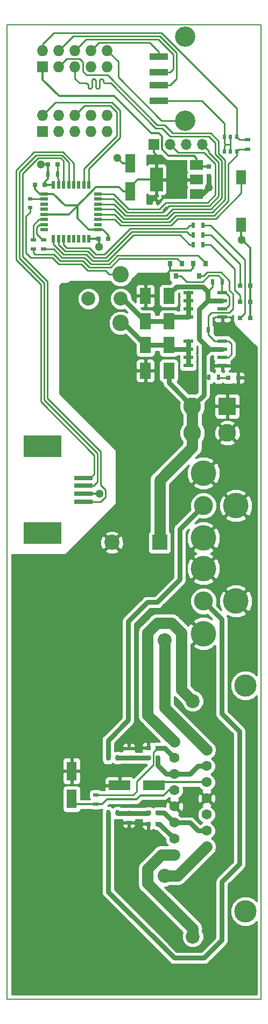
<source format=gbr>
G04 #@! TF.GenerationSoftware,KiCad,Pcbnew,(5.0.0-rc2-dev-311-g1dd4af297)*
G04 #@! TF.CreationDate,2018-06-08T08:48:50+02:00*
G04 #@! TF.ProjectId,resetUSB,72657365745553422E6B696361645F70,1.0*
G04 #@! TF.SameCoordinates,PX6ad8e7cPY2bcdfd4*
G04 #@! TF.FileFunction,Copper,L1,Top,Signal*
G04 #@! TF.FilePolarity,Positive*
%FSLAX46Y46*%
G04 Gerber Fmt 4.6, Leading zero omitted, Abs format (unit mm)*
G04 Created by KiCad (PCBNEW (5.0.0-rc2-dev-311-g1dd4af297)) date 06/08/18 08:48:50*
%MOMM*%
%LPD*%
G01*
G04 APERTURE LIST*
%ADD10C,0.200000*%
%ADD11C,4.000000*%
%ADD12C,3.000000*%
%ADD13C,3.500000*%
%ADD14R,0.800000X0.750000*%
%ADD15R,0.500000X0.900000*%
%ADD16R,1.600000X3.000000*%
%ADD17R,0.900000X0.500000*%
%ADD18R,3.500000X1.600000*%
%ADD19C,1.600000*%
%ADD20R,3.000000X0.700000*%
%ADD21R,6.040000X3.400000*%
%ADD22C,2.200000*%
%ADD23R,1.800000X2.500000*%
%ADD24R,0.800000X0.900000*%
%ADD25R,1.550000X0.600000*%
%ADD26R,0.800000X0.800000*%
%ADD27C,2.800000*%
%ADD28R,2.800000X2.800000*%
%ADD29C,2.600000*%
%ADD30R,0.600000X1.200000*%
%ADD31R,1.200000X0.600000*%
%ADD32R,3.000000X1.000000*%
%ADD33C,3.200000*%
%ADD34C,2.400000*%
%ADD35R,2.400000X2.400000*%
%ADD36R,0.750000X0.800000*%
%ADD37R,2.000000X1.500000*%
%ADD38R,2.000000X3.800000*%
%ADD39R,1.600000X2.180000*%
%ADD40C,0.500000*%
%ADD41C,0.100000*%
%ADD42R,0.700000X0.600000*%
%ADD43O,1.727200X1.727200*%
%ADD44R,1.727200X1.727200*%
%ADD45O,1.700000X1.700000*%
%ADD46R,1.700000X1.700000*%
%ADD47R,0.510000X0.700000*%
%ADD48C,1.300000*%
%ADD49C,0.300000*%
%ADD50C,0.750000*%
%ADD51C,1.800000*%
%ADD52C,0.250000*%
%ADD53C,0.254000*%
G04 APERTURE END LIST*
D10*
X0Y0D02*
X0Y-153000000D01*
X40000000Y0D02*
X0Y0D01*
X40000000Y-153000000D02*
X40000000Y0D01*
X0Y-153000000D02*
X40000000Y-153000000D01*
D11*
X36000000Y-75492000D03*
D12*
X30900000Y-75492000D03*
D11*
X30900000Y-80592000D03*
X30900000Y-70392000D03*
X30900000Y-85392000D03*
X30900000Y-95592000D03*
D12*
X30900000Y-90492000D03*
D11*
X36000000Y-90492000D03*
D13*
X37508000Y-103750000D03*
X37508000Y-139250000D03*
D14*
X22234000Y-123775500D03*
X23734000Y-123775500D03*
D15*
X17384000Y-123779000D03*
X15884000Y-123779000D03*
D16*
X10160000Y-117180000D03*
X10160000Y-121580000D03*
D17*
X13970000Y-122416000D03*
X13970000Y-120916000D03*
D18*
X17704000Y-119457500D03*
X23104000Y-119457500D03*
D17*
X19174000Y-113631000D03*
X19174000Y-115131000D03*
X19174000Y-125291000D03*
X19174000Y-123791000D03*
D14*
X23734000Y-113553000D03*
X22234000Y-113553000D03*
X22222000Y-115143000D03*
X23722000Y-115143000D03*
X23734000Y-125491000D03*
X22234000Y-125491000D03*
D15*
X17384000Y-115143000D03*
X15884000Y-115143000D03*
D19*
X26308000Y-130385000D03*
X26308000Y-127845000D03*
X26308000Y-125305000D03*
X26308000Y-122765000D03*
X26308000Y-120225000D03*
X26308000Y-117685000D03*
X26308000Y-115145000D03*
X26308000Y-112605000D03*
X31388000Y-129115000D03*
X31388000Y-126575000D03*
X31388000Y-124035000D03*
X31388000Y-113875000D03*
X31388000Y-116415000D03*
X31388000Y-118955000D03*
X31388000Y-121495000D03*
D20*
X12000000Y-74875000D03*
X12000000Y-71125000D03*
X12000000Y-73625000D03*
X12000000Y-72375000D03*
D21*
X5580000Y-79800000D03*
X5580000Y-66200000D03*
D22*
X24770000Y-133650000D03*
X29210000Y-143180000D03*
D23*
X21775500Y-42545700D03*
X21775500Y-46545700D03*
X25458500Y-46545700D03*
X25458500Y-42545700D03*
X21775500Y-54292700D03*
X21775500Y-50292700D03*
D24*
X26566000Y-39451500D03*
X25616000Y-37451500D03*
X27516000Y-37451500D03*
X30249000Y-39451500D03*
X29299000Y-37451500D03*
X31199000Y-37451500D03*
D23*
X25458500Y-50292700D03*
X25458500Y-54292700D03*
D25*
X28486200Y-45849100D03*
X28486200Y-44579100D03*
X28486200Y-43309100D03*
X28486200Y-42039100D03*
X33886200Y-42039100D03*
X33886200Y-43309100D03*
X33886200Y-44579100D03*
X33886200Y-45849100D03*
X28486200Y-53469100D03*
X28486200Y-52199100D03*
X28486200Y-50929100D03*
X28486200Y-49659100D03*
X33886200Y-49659100D03*
X33886200Y-50929100D03*
X33886200Y-52199100D03*
X33886200Y-53469100D03*
D15*
X30198500Y-47879000D03*
X31698500Y-47879000D03*
X32320800Y-40309800D03*
X33820800Y-40309800D03*
D26*
X36360000Y-55413500D03*
X34760000Y-55413500D03*
D15*
X33262000Y-55372000D03*
X31762000Y-55372000D03*
D27*
X29158000Y-64075000D03*
X29158000Y-59875000D03*
X34658000Y-64075000D03*
D28*
X34658000Y-59875000D03*
D15*
X29309500Y-32939500D03*
X30809500Y-32939500D03*
D22*
X12810000Y-43000000D03*
X17890000Y-43000000D03*
D29*
X17890000Y-46810000D03*
X17890000Y-39190000D03*
D30*
X7292772Y-25091143D03*
X8092772Y-25091143D03*
X8892772Y-25091143D03*
X9692772Y-25091143D03*
X10492772Y-25091143D03*
X11292772Y-25091143D03*
X12092772Y-25091143D03*
X12892772Y-25091143D03*
D31*
X14342772Y-26541143D03*
X14342772Y-27341143D03*
X14342772Y-28141143D03*
X14342772Y-28941143D03*
X14342772Y-29741143D03*
X14342772Y-30541143D03*
X14342772Y-31341143D03*
X14342772Y-32141143D03*
D30*
X12892772Y-33591143D03*
X12092772Y-33591143D03*
X11292772Y-33591143D03*
X10492772Y-33591143D03*
X9692772Y-33591143D03*
X8892772Y-33591143D03*
X8092772Y-33591143D03*
X7292772Y-33591143D03*
D31*
X5842772Y-32141143D03*
X5842772Y-31341143D03*
X5842772Y-30541143D03*
X5842772Y-29741143D03*
X5842772Y-28941143D03*
X5842772Y-28141143D03*
X5842772Y-27341143D03*
X5842772Y-26541143D03*
D15*
X7937876Y-23392702D03*
X6437876Y-23392702D03*
D14*
X4403631Y-25120423D03*
X5903631Y-25120423D03*
X7949876Y-21868702D03*
X6449876Y-21868702D03*
D32*
X23833500Y-11923500D03*
X23833500Y-9423500D03*
X23833500Y-4923500D03*
X23833500Y-7423500D03*
D33*
X28043500Y-1853500D03*
X28043500Y-14993500D03*
D34*
X16500000Y-81280000D03*
D35*
X24000000Y-81280000D03*
D22*
X24770000Y-96650000D03*
X29210000Y-106180000D03*
D36*
X31748859Y-22257541D03*
X31748859Y-23757541D03*
D16*
X19380800Y-21742600D03*
X19380800Y-26142600D03*
D37*
X29818859Y-26577541D03*
X29818859Y-21977541D03*
X29818859Y-24277541D03*
D38*
X23518859Y-24277541D03*
D39*
X36856000Y-23951000D03*
X36856000Y-31351000D03*
D14*
X15922627Y-33580956D03*
X14422627Y-33580956D03*
D40*
X23879670Y-27882670D03*
D41*
G36*
X24374645Y-27741249D02*
X23738249Y-28377645D01*
X23384695Y-28024091D01*
X24021091Y-27387695D01*
X24374645Y-27741249D01*
X24374645Y-27741249D01*
G37*
D40*
X24940330Y-28943330D03*
D41*
G36*
X25435305Y-28801909D02*
X24798909Y-29438305D01*
X24445355Y-29084751D01*
X25081751Y-28448355D01*
X25435305Y-28801909D01*
X25435305Y-28801909D01*
G37*
D42*
X3596000Y-28691000D03*
X3596000Y-27291000D03*
D26*
X38225500Y-46020500D03*
X36625500Y-46020500D03*
X38225500Y-43480500D03*
X36625500Y-43480500D03*
X38225500Y-40940500D03*
X36625500Y-40940500D03*
D17*
X37872000Y-19511000D03*
X37872000Y-18011000D03*
D43*
X15774000Y-3989000D03*
X15774000Y-6529000D03*
X13234000Y-3989000D03*
X13234000Y-6529000D03*
X10694000Y-3989000D03*
X10694000Y-6529000D03*
X8154000Y-3989000D03*
X8154000Y-6529000D03*
X5614000Y-3989000D03*
D44*
X5614000Y-6529000D03*
D43*
X15774000Y-14149000D03*
X15774000Y-16689000D03*
X13234000Y-14149000D03*
X13234000Y-16689000D03*
X10694000Y-14149000D03*
X10694000Y-16689000D03*
X8154000Y-14149000D03*
X8154000Y-16689000D03*
X5614000Y-14149000D03*
D44*
X5614000Y-16689000D03*
D45*
X30760000Y-18761000D03*
X28220000Y-18761000D03*
X25680000Y-18761000D03*
D46*
X23140000Y-18761000D03*
D47*
X34216900Y-17564300D03*
X35166900Y-17564300D03*
X36116900Y-17564300D03*
X36116900Y-19884300D03*
X35166900Y-19884300D03*
X34216900Y-19884300D03*
D15*
X29309500Y-34463500D03*
X30809500Y-34463500D03*
X29309500Y-31415500D03*
X30809500Y-31415500D03*
D17*
X4114800Y-33717800D03*
X4114800Y-35217800D03*
X5765800Y-33717800D03*
X5765800Y-35217800D03*
D48*
X36917498Y-33701500D03*
X14518000Y-73618000D03*
X5293802Y-21854010D03*
X17348800Y-20853600D03*
X31748859Y-25547541D03*
X14454207Y-34838191D03*
D49*
X36856000Y-31351000D02*
X36856000Y-33640002D01*
X36856000Y-33640002D02*
X36917498Y-33701500D01*
X37567497Y-34351499D02*
X36917498Y-33701500D01*
X38225500Y-35009502D02*
X37567497Y-34351499D01*
X38225500Y-40940500D02*
X38225500Y-35009502D01*
X38225500Y-43480500D02*
X38225500Y-46020500D01*
X38225500Y-40940500D02*
X38225500Y-43480500D01*
X12000000Y-73625000D02*
X14511000Y-73625000D01*
X5308494Y-21868702D02*
X5293802Y-21854010D01*
X6449876Y-21868702D02*
X5308494Y-21868702D01*
X5903631Y-24667369D02*
X6437876Y-24133124D01*
X5903631Y-25120423D02*
X5903631Y-24667369D01*
X6437876Y-24133124D02*
X6437876Y-23392702D01*
X5903631Y-25120423D02*
X5932911Y-25091143D01*
X5932911Y-25091143D02*
X7292772Y-25091143D01*
X12892772Y-33591144D02*
X12902960Y-33580956D01*
X12902960Y-33580956D02*
X14422628Y-33580956D01*
X6437876Y-21880702D02*
X6449876Y-21868702D01*
X6437877Y-23392702D02*
X6437876Y-21880702D01*
X23869008Y-16950008D02*
X24410000Y-17491000D01*
X22654008Y-16950008D02*
X23869008Y-16950008D01*
X8176000Y-11176000D02*
X16880000Y-11176000D01*
X16880000Y-11176000D02*
X22654008Y-16950008D01*
X5614000Y-6529000D02*
X5614000Y-8614000D01*
X5614000Y-8614000D02*
X8176000Y-11176000D01*
X24410000Y-17491000D02*
X24410000Y-19523000D01*
X24410000Y-19523000D02*
X25426000Y-20539000D01*
X25426000Y-20539000D02*
X29430318Y-20539000D01*
X29430318Y-20539000D02*
X29818859Y-20927541D01*
X29818859Y-20927541D02*
X29818859Y-21977541D01*
X12892772Y-32141143D02*
X14342772Y-32141143D01*
X14342772Y-32141143D02*
X15048034Y-32141143D01*
X11080600Y-30328972D02*
X12892772Y-32141143D01*
X11080600Y-28353315D02*
X11080600Y-30328972D01*
X15048034Y-32141143D02*
X15922627Y-33015737D01*
X15922627Y-33015737D02*
X15922627Y-33580956D01*
X18280800Y-26142600D02*
X17589200Y-25451000D01*
X19380800Y-26142600D02*
X18280800Y-26142600D01*
X17589200Y-25451000D02*
X13982916Y-25451000D01*
X13982916Y-25451000D02*
X12248034Y-27185882D01*
X5137511Y-26541143D02*
X4403632Y-25807264D01*
X5842772Y-26541143D02*
X5137511Y-26541143D01*
X4403632Y-25807264D02*
X4403632Y-25120423D01*
X9104944Y-28353315D02*
X7292772Y-26541143D01*
X11080600Y-28353315D02*
X9104944Y-28353315D01*
X7292772Y-26541143D02*
X5842772Y-26541143D01*
X12248034Y-27185882D02*
X11080600Y-28353315D01*
X12248034Y-27185882D02*
X9692772Y-29741144D01*
X9692772Y-29741144D02*
X5842772Y-29741144D01*
X19471000Y-26340000D02*
X19344000Y-26213000D01*
X19344000Y-26213000D02*
X19380800Y-26176200D01*
X19380800Y-26176200D02*
X19380800Y-26142600D01*
D50*
X30948500Y-55372000D02*
X30948500Y-51814500D01*
X30948500Y-51814500D02*
X31000000Y-51763000D01*
X30948500Y-58084500D02*
X30948500Y-55372000D01*
X29158000Y-59875000D02*
X30948500Y-58084500D01*
X25458500Y-56175500D02*
X25458500Y-54292700D01*
D51*
X24000000Y-71519000D02*
X29158000Y-66361000D01*
X24000000Y-81280000D02*
X24000000Y-71519000D01*
X29158000Y-66361000D02*
X29158000Y-64075000D01*
D52*
X31762000Y-55372000D02*
X30948500Y-55372000D01*
X13970000Y-120916000D02*
X19854000Y-120916000D01*
X19854000Y-120916000D02*
X20392000Y-120378000D01*
X20392000Y-118830000D02*
X20392000Y-120378000D01*
X22996999Y-116225001D02*
X20392000Y-118830000D01*
X22996999Y-114265001D02*
X22996999Y-116225001D01*
X23734000Y-113553000D02*
X23709000Y-113553000D01*
X23709000Y-113553000D02*
X22996999Y-114265001D01*
D50*
X23734000Y-125491000D02*
X23954000Y-125491000D01*
X23954000Y-125491000D02*
X26308000Y-127845000D01*
X23734000Y-113553000D02*
X24716000Y-113553000D01*
X26240000Y-115077000D02*
X26308000Y-115145000D01*
X24716000Y-113553000D02*
X24778500Y-113615500D01*
X26308000Y-115145000D02*
X24778500Y-113615500D01*
X30186500Y-49281700D02*
X31000000Y-50095200D01*
X31000000Y-50095200D02*
X31808500Y-50903700D01*
X31000000Y-51763000D02*
X31833900Y-50929100D01*
X31000000Y-50095200D02*
X31000000Y-51763000D01*
X30186500Y-48646700D02*
X30186500Y-49281700D01*
D52*
X31566500Y-41864500D02*
X32320800Y-41110200D01*
X32320800Y-41110200D02*
X32320800Y-40309800D01*
D50*
X30198500Y-47879000D02*
X30198500Y-48634700D01*
X30198500Y-48634700D02*
X30186500Y-48646700D01*
X32087900Y-50929100D02*
X31833900Y-50929100D01*
X25458500Y-42245500D02*
X25458500Y-42545700D01*
X30774000Y-41072000D02*
X26632000Y-41072000D01*
X26632000Y-41072000D02*
X25458500Y-42245500D01*
X31566500Y-43271700D02*
X31566500Y-41864500D01*
X31566500Y-41864500D02*
X30774000Y-41072000D01*
X32087900Y-50929100D02*
X33886200Y-50929100D01*
X31603900Y-43309100D02*
X33886200Y-43309100D01*
X31566500Y-43271700D02*
X31603900Y-43309100D01*
X30186500Y-44651700D02*
X30186500Y-48646700D01*
X31566500Y-43271700D02*
X30186500Y-44651700D01*
X31808500Y-50903700D02*
X31833900Y-50929100D01*
X25458500Y-56175500D02*
X29158000Y-59875000D01*
D51*
X29158000Y-59875000D02*
X29158000Y-64075000D01*
D52*
X31964500Y-31415500D02*
X37425500Y-36876500D01*
X30809500Y-31415500D02*
X31964500Y-31415500D01*
X37425500Y-36876500D02*
X37425500Y-45220500D01*
X37425500Y-45220500D02*
X36625500Y-46020500D01*
X31964500Y-34463500D02*
X35774500Y-38273500D01*
X30809500Y-34463500D02*
X31964500Y-34463500D01*
X35774500Y-38273500D02*
X35774500Y-41575500D01*
X35774500Y-41575500D02*
X36625500Y-42426500D01*
X36625500Y-42426500D02*
X36625500Y-43480500D01*
D50*
X17890000Y-46810000D02*
X18292800Y-46810000D01*
X18292800Y-46810000D02*
X21775500Y-50292700D01*
X26094900Y-50929100D02*
X25458500Y-50292700D01*
X28486200Y-50675100D02*
X28486200Y-51945100D01*
X28486200Y-52580100D02*
X28486200Y-53215100D01*
X28486200Y-50929100D02*
X28486200Y-49659100D01*
X21775500Y-50292700D02*
X25458500Y-50292700D01*
X28486200Y-50929100D02*
X26094900Y-50929100D01*
X28486200Y-51945100D02*
X28486200Y-52580100D01*
D52*
X15379243Y-9136479D02*
X15446000Y-9144000D01*
X15175709Y-8974166D02*
X15211450Y-9031047D01*
X15146000Y-8762536D02*
X15146000Y-8844000D01*
X15080549Y-8575490D02*
X15116290Y-8632371D01*
X14846000Y-8462536D02*
X14912756Y-8470058D01*
X14715834Y-8492246D02*
X14779243Y-8470058D01*
X14658953Y-8527987D02*
X14715834Y-8492246D01*
X14611450Y-8575490D02*
X14658953Y-8527987D01*
X14575709Y-8632371D02*
X14611450Y-8575490D01*
X14553521Y-8695780D02*
X14575709Y-8632371D01*
X14546000Y-8762536D02*
X14553521Y-8695780D01*
X14546000Y-9675464D02*
X14546000Y-8762536D01*
X15258953Y-9078550D02*
X15315834Y-9114291D01*
X14538478Y-9742220D02*
X14546000Y-9675464D01*
X14516290Y-9805629D02*
X14538478Y-9742220D01*
X14480549Y-9862510D02*
X14516290Y-9805629D01*
X14433046Y-9910013D02*
X14480549Y-9862510D01*
X14376165Y-9945754D02*
X14433046Y-9910013D01*
X14312756Y-9967942D02*
X14376165Y-9945754D01*
X14246000Y-9975464D02*
X14312756Y-9967942D01*
X14179243Y-9967942D02*
X14246000Y-9975464D01*
X14115834Y-9945754D02*
X14179243Y-9967942D01*
X15211450Y-9031047D02*
X15258953Y-9078550D01*
X14058953Y-9910013D02*
X14115834Y-9945754D01*
X14011450Y-9862510D02*
X14058953Y-9910013D01*
X13975709Y-9805629D02*
X14011450Y-9862510D01*
X13953521Y-9742220D02*
X13975709Y-9805629D01*
X15033046Y-8527987D02*
X15080549Y-8575490D01*
X13946000Y-9675464D02*
X13953521Y-9742220D01*
X13946000Y-8762536D02*
X13946000Y-9675464D01*
X13938478Y-8695780D02*
X13946000Y-8762536D01*
X14779243Y-8470058D02*
X14846000Y-8462536D01*
X13916290Y-8632371D02*
X13938478Y-8695780D01*
X13880549Y-8575490D02*
X13916290Y-8632371D01*
X13833046Y-8527987D02*
X13880549Y-8575490D01*
X14912756Y-8470058D02*
X14976165Y-8492246D01*
X12858953Y-9910013D02*
X12915834Y-9945754D01*
X13458953Y-8527987D02*
X13515834Y-8492246D01*
X12811450Y-9862510D02*
X12858953Y-9910013D01*
X12746000Y-9675464D02*
X12753521Y-9742220D01*
X12775709Y-9805629D02*
X12811450Y-9862510D01*
X12746000Y-9444000D02*
X12746000Y-9675464D01*
X15315834Y-9114291D02*
X15379243Y-9136479D01*
X12716290Y-9313834D02*
X12738478Y-9377243D01*
X12738478Y-9377243D02*
X12746000Y-9444000D01*
X12680549Y-9256953D02*
X12716290Y-9313834D01*
X10694000Y-8408000D02*
X11430000Y-9144000D01*
X12633046Y-9209450D02*
X12680549Y-9256953D01*
X13112756Y-9967942D02*
X13176165Y-9945754D01*
X15138478Y-8695780D02*
X15146000Y-8762536D01*
X10694000Y-6529000D02*
X10694000Y-8408000D01*
X13046000Y-9975464D02*
X13112756Y-9967942D01*
X11430000Y-9144000D02*
X12446000Y-9144000D01*
X12446000Y-9144000D02*
X12512756Y-9151521D01*
X13515834Y-8492246D02*
X13579243Y-8470058D01*
X12753521Y-9742220D02*
X12775709Y-9805629D01*
X12512756Y-9151521D02*
X12576165Y-9173709D01*
X13411450Y-8575490D02*
X13458953Y-8527987D01*
X15116290Y-8632371D02*
X15138478Y-8695780D01*
X12576165Y-9173709D02*
X12633046Y-9209450D01*
X13280549Y-9862510D02*
X13316290Y-9805629D01*
X12915834Y-9945754D02*
X12979243Y-9967942D01*
X12979243Y-9967942D02*
X13046000Y-9975464D01*
X13176165Y-9945754D02*
X13233046Y-9910013D01*
X13233046Y-9910013D02*
X13280549Y-9862510D01*
X15146000Y-8844000D02*
X15153521Y-8910757D01*
X13316290Y-9805629D02*
X13338478Y-9742220D01*
X13338478Y-9742220D02*
X13346000Y-9675464D01*
X13346000Y-9675464D02*
X13346000Y-8762536D01*
X13346000Y-8762536D02*
X13353521Y-8695780D01*
X14976165Y-8492246D02*
X15033046Y-8527987D01*
X13353521Y-8695780D02*
X13375709Y-8632371D01*
X13579243Y-8470058D02*
X13646000Y-8462536D01*
X13375709Y-8632371D02*
X13411450Y-8575490D01*
X13646000Y-8462536D02*
X13712756Y-8470058D01*
X13712756Y-8470058D02*
X13776165Y-8492246D01*
X15153521Y-8910757D02*
X15175709Y-8974166D01*
X13776165Y-8492246D02*
X13833046Y-8527987D01*
X15446000Y-9144000D02*
X16317000Y-9144000D01*
X16317000Y-9144000D02*
X23394000Y-16221000D01*
X23394000Y-16221000D02*
X24410000Y-16221000D01*
X24410000Y-16221000D02*
X25680000Y-17491000D01*
X25680000Y-17491000D02*
X31775002Y-17491000D01*
X31775002Y-17491000D02*
X32792000Y-18507998D01*
X32792000Y-18507998D02*
X32792000Y-20285000D01*
X32792000Y-20285000D02*
X33808000Y-21301000D01*
X33808000Y-21301000D02*
X33808000Y-27143000D01*
X33808000Y-27143000D02*
X32071000Y-28880000D01*
X32071000Y-28880000D02*
X26075000Y-28880000D01*
X26075000Y-28880000D02*
X25059000Y-29896000D01*
X25059000Y-29896000D02*
X18582000Y-29896000D01*
X18582000Y-29896000D02*
X16827143Y-28141143D01*
X16827143Y-28141143D02*
X14342772Y-28141143D01*
X12507000Y-7874000D02*
X11964000Y-7331000D01*
X15809000Y-7874000D02*
X12507000Y-7874000D01*
X23648000Y-15713000D02*
X15809000Y-7874000D01*
X11964000Y-5807000D02*
X11456000Y-5299000D01*
X24792411Y-15713000D02*
X23648000Y-15713000D01*
X16865143Y-28941143D02*
X18328000Y-30404000D01*
X26087412Y-17008001D02*
X24792411Y-15713000D01*
X32055001Y-17008001D02*
X26087412Y-17008001D01*
X33300000Y-20156590D02*
X33300000Y-18253000D01*
X34316000Y-21172590D02*
X33300000Y-20156590D01*
X34316000Y-27397000D02*
X34316000Y-21172590D01*
X33300000Y-18253000D02*
X32055001Y-17008001D01*
X18328000Y-30404000D02*
X25187411Y-30404000D01*
X25187411Y-30404000D02*
X26203411Y-29388000D01*
X26203411Y-29388000D02*
X32325000Y-29388000D01*
X14342772Y-28941143D02*
X16865143Y-28941143D01*
X32325000Y-29388000D02*
X34316000Y-27397000D01*
X11964000Y-7331000D02*
X11964000Y-5807000D01*
X11456000Y-5299000D02*
X9384000Y-5299000D01*
X9384000Y-5299000D02*
X8154000Y-6529000D01*
X11898500Y-37003500D02*
X12919000Y-38024000D01*
X8342500Y-37003500D02*
X11898500Y-37003500D01*
X4104000Y-35738000D02*
X4358000Y-35992000D01*
X7331000Y-35992000D02*
X8342500Y-37003500D01*
X4358000Y-35992000D02*
X7331000Y-35992000D01*
X4104000Y-35218000D02*
X4104000Y-35738000D01*
X12919000Y-38024000D02*
X16296000Y-38024000D01*
X16296000Y-38024000D02*
X17643501Y-36676499D01*
X17643501Y-36676499D02*
X26790999Y-36676499D01*
X26790999Y-36676499D02*
X27516000Y-37401500D01*
X27516000Y-37401500D02*
X27516000Y-37451500D01*
X30810000Y-40310000D02*
X28234000Y-40310000D01*
X33810000Y-41962900D02*
X33810000Y-39906000D01*
X31750000Y-39370000D02*
X30810000Y-40310000D01*
X33274000Y-39370000D02*
X31750000Y-39370000D01*
X33810000Y-39906000D02*
X33274000Y-39370000D01*
X33886200Y-42039100D02*
X33810000Y-41962900D01*
X28234000Y-40310000D02*
X27375500Y-39451500D01*
X27375500Y-39451500D02*
X26566000Y-39451500D01*
X34361200Y-44579100D02*
X34986201Y-43954099D01*
X34361200Y-42039100D02*
X33886200Y-42039100D01*
X34986201Y-42664101D02*
X34361200Y-42039100D01*
X34986201Y-43309100D02*
X34986201Y-42664101D01*
X34986201Y-43954099D02*
X34986201Y-43309100D01*
X33886200Y-44579100D02*
X34361200Y-44579100D01*
X34986201Y-41676201D02*
X35520500Y-42210500D01*
X34986201Y-40190199D02*
X34986201Y-41676201D01*
X30249000Y-39451500D02*
X30906500Y-39451500D01*
X33658002Y-38862000D02*
X34986201Y-40190199D01*
X31496000Y-38862000D02*
X33658002Y-38862000D01*
X30906500Y-39451500D02*
X31496000Y-38862000D01*
X35520500Y-42210500D02*
X35520500Y-44604802D01*
X35520500Y-44604802D02*
X34921201Y-45204101D01*
X31698500Y-45651500D02*
X31698500Y-47179000D01*
X34921201Y-45204101D02*
X32145899Y-45204101D01*
X32145899Y-45204101D02*
X31698500Y-45651500D01*
X31698500Y-47179000D02*
X31698500Y-47879000D01*
X34802900Y-52199100D02*
X35266500Y-51735500D01*
X33886200Y-52199100D02*
X34802900Y-52199100D01*
X35266500Y-51735500D02*
X35266500Y-50073898D01*
X35266500Y-50073898D02*
X34851702Y-49659100D01*
X34851702Y-49659100D02*
X33886200Y-49659100D01*
X34361200Y-49659100D02*
X33886200Y-49659100D01*
X33886200Y-49659100D02*
X33860800Y-49633700D01*
X33860800Y-49633700D02*
X32656700Y-49633700D01*
X31698500Y-48675500D02*
X31698500Y-48579000D01*
X31698500Y-48579000D02*
X31698500Y-47879000D01*
X32656700Y-49633700D02*
X31698500Y-48675500D01*
X16042000Y-37516000D02*
X17331511Y-36226489D01*
X13173000Y-37516000D02*
X16042000Y-37516000D01*
X12152500Y-36495500D02*
X13173000Y-37516000D01*
X8596500Y-36495500D02*
X12152500Y-36495500D01*
X31199000Y-37401500D02*
X31199000Y-37451500D01*
X5755000Y-35218000D02*
X7319000Y-35218000D01*
X7319000Y-35218000D02*
X8596500Y-36495500D01*
X17331511Y-36226489D02*
X30023989Y-36226489D01*
X30023989Y-36226489D02*
X31199000Y-37401500D01*
X2453000Y-36373000D02*
X6350000Y-40270000D01*
X2453000Y-23292000D02*
X2453000Y-36373000D01*
X4866000Y-20879000D02*
X2453000Y-23292000D01*
X8422000Y-20879000D02*
X4866000Y-20879000D01*
X8892772Y-25091143D02*
X8892772Y-21349772D01*
X8892772Y-21349772D02*
X8422000Y-20879000D01*
X6350000Y-40270000D02*
X6350000Y-58674000D01*
X6350000Y-58674000D02*
X14732000Y-67056000D01*
X14732000Y-67056000D02*
X14732000Y-72294000D01*
X14732000Y-72294000D02*
X15493001Y-73055001D01*
X15493001Y-73055001D02*
X15493001Y-74086001D01*
X15493001Y-74086001D02*
X14704002Y-74875000D01*
X14704002Y-74875000D02*
X12000000Y-74875000D01*
X1437000Y-36881000D02*
X5334000Y-40778000D01*
X4242022Y-19978978D02*
X1437000Y-22784000D01*
X1437000Y-22784000D02*
X1437000Y-36881000D01*
X8794800Y-19978978D02*
X4242022Y-19978978D01*
X10492772Y-25091143D02*
X10492772Y-21676950D01*
X10492772Y-21676950D02*
X8794800Y-19978978D01*
X5334000Y-40778000D02*
X5334000Y-59182000D01*
X5334000Y-59182000D02*
X13750000Y-67598000D01*
X13150000Y-71125000D02*
X12000000Y-71125000D01*
X13750000Y-67598000D02*
X13750000Y-70525000D01*
X13750000Y-70525000D02*
X13150000Y-71125000D01*
X1945000Y-36627000D02*
X5842000Y-40524000D01*
X1945000Y-23038000D02*
X1945000Y-36627000D01*
X4554011Y-20428989D02*
X1945000Y-23038000D01*
X9692772Y-25091143D02*
X9692772Y-21513361D01*
X5842000Y-58928000D02*
X14224000Y-67310000D01*
X8608400Y-20428989D02*
X4554011Y-20428989D01*
X9692772Y-21513361D02*
X8608400Y-20428989D01*
X14224000Y-67310000D02*
X14224000Y-71776000D01*
X5842000Y-40524000D02*
X5842000Y-58928000D01*
X14224000Y-71776000D02*
X13625000Y-72375000D01*
X13625000Y-72375000D02*
X12000000Y-72375000D01*
X12092772Y-22567818D02*
X12092772Y-24241143D01*
X17298000Y-17362590D02*
X12092772Y-22567818D01*
X17298000Y-13681000D02*
X17298000Y-17362590D01*
X16236500Y-12619500D02*
X17298000Y-13681000D01*
X12223500Y-12619500D02*
X16236500Y-12619500D01*
X10694000Y-14149000D02*
X12223500Y-12619500D01*
X12092772Y-24241143D02*
X12092772Y-25091143D01*
X7651500Y-12111500D02*
X16470500Y-12111500D01*
X5614000Y-14149000D02*
X7651500Y-12111500D01*
X16470500Y-12111500D02*
X17806000Y-13447000D01*
X17806000Y-13447000D02*
X17806000Y-17634000D01*
X17806000Y-17634000D02*
X12892772Y-22547228D01*
X12892772Y-22547228D02*
X12892772Y-25091143D01*
X15280000Y-35992000D02*
X19344000Y-31928000D01*
X13930500Y-35992000D02*
X15280000Y-35992000D01*
X12910000Y-34971500D02*
X13930500Y-35992000D01*
X9358500Y-34971500D02*
X12910000Y-34971500D01*
X8892772Y-33591143D02*
X8892772Y-34505772D01*
X8892772Y-34505772D02*
X9358500Y-34971500D01*
X19344000Y-31928000D02*
X28254000Y-31928000D01*
X28254000Y-31928000D02*
X28766500Y-31415500D01*
X28766500Y-31415500D02*
X29309500Y-31415500D01*
X15788000Y-37008000D02*
X19852000Y-32944000D01*
X27218000Y-32944000D02*
X28737500Y-34463500D01*
X13427000Y-37008000D02*
X15788000Y-37008000D01*
X7292772Y-34429772D02*
X8861871Y-35998871D01*
X12417871Y-35998871D02*
X13427000Y-37008000D01*
X8861871Y-35998871D02*
X12417871Y-35998871D01*
X7292772Y-33591143D02*
X7292772Y-34429772D01*
X19852000Y-32944000D02*
X27218000Y-32944000D01*
X28737500Y-34463500D02*
X28809500Y-34463500D01*
X28809500Y-34463500D02*
X29309500Y-34463500D01*
X15534000Y-36500000D02*
X19598000Y-32436000D01*
X13676500Y-36500000D02*
X15534000Y-36500000D01*
X12719781Y-35543281D02*
X13676500Y-36500000D01*
X8092772Y-34467772D02*
X9168281Y-35543281D01*
X9168281Y-35543281D02*
X12719781Y-35543281D01*
X8092772Y-33591143D02*
X8092772Y-34467772D01*
X19598000Y-32436000D02*
X28254000Y-32436000D01*
X28254000Y-32436000D02*
X28762000Y-32944000D01*
X28762000Y-32944000D02*
X28766500Y-32939500D01*
X28766500Y-32939500D02*
X29309500Y-32939500D01*
D49*
X37806500Y-50211500D02*
X36790500Y-49195500D01*
X37806500Y-56935500D02*
X37806500Y-50211500D01*
X37338000Y-57404000D02*
X37806500Y-56935500D01*
X34964000Y-57404000D02*
X37338000Y-57404000D01*
X34658000Y-59875000D02*
X34658000Y-57710000D01*
X34658000Y-57710000D02*
X34964000Y-57404000D01*
X36790500Y-49195500D02*
X35520500Y-47925500D01*
X23240300Y-42545700D02*
X23582500Y-42203500D01*
X21775500Y-42545700D02*
X23240300Y-42545700D01*
X23582500Y-42203500D02*
X23582500Y-39797500D01*
X23582500Y-39797500D02*
X24090500Y-39289500D01*
X24090500Y-39289500D02*
X24852500Y-39289500D01*
X24852500Y-39289500D02*
X25614500Y-38527500D01*
X25614500Y-38527500D02*
X25616000Y-38526000D01*
X28916500Y-38527500D02*
X25614500Y-38527500D01*
X28986000Y-38458000D02*
X29299000Y-38145000D01*
X29299000Y-37501500D02*
X29299000Y-38145000D01*
X28986000Y-38458000D02*
X28916500Y-38527500D01*
X25616000Y-38526000D02*
X25616000Y-37451500D01*
D52*
X32472500Y-46909500D02*
X32472500Y-46147500D01*
X32472500Y-46147500D02*
X32770900Y-45849100D01*
X33488500Y-47925500D02*
X32472500Y-46909500D01*
X35222100Y-45849100D02*
X35520500Y-46147500D01*
X35520500Y-47925500D02*
X33488500Y-47925500D01*
X35520500Y-46147500D02*
X35520500Y-47925500D01*
X33886200Y-45849100D02*
X35222100Y-45849100D01*
X32770900Y-45849100D02*
X33886200Y-45849100D01*
D50*
X28748000Y-117685000D02*
X26308000Y-117685000D01*
X25079000Y-117685000D02*
X23722000Y-116328000D01*
X23722000Y-116328000D02*
X23722000Y-115143000D01*
X30018000Y-116415000D02*
X28748000Y-117685000D01*
X26308000Y-117685000D02*
X25079000Y-117685000D01*
X31388000Y-116415000D02*
X30018000Y-116415000D01*
X17396000Y-115131000D02*
X17384000Y-115143000D01*
X19186000Y-115143000D02*
X19174000Y-115131000D01*
X22222000Y-115143000D02*
X19186000Y-115143000D01*
X19174000Y-115131000D02*
X17396000Y-115131000D01*
D51*
X24770000Y-96650000D02*
X24770000Y-106680000D01*
X31388000Y-113875000D02*
X24770000Y-107257000D01*
X24770000Y-107257000D02*
X24770000Y-106680000D01*
X22098000Y-95504000D02*
X22098000Y-107950000D01*
X26308000Y-112605000D02*
X22098000Y-108395000D01*
X22098000Y-108395000D02*
X22098000Y-107950000D01*
X29210000Y-106180000D02*
X27432000Y-104402000D01*
X23622000Y-93980000D02*
X22098000Y-95504000D01*
X25908000Y-93980000D02*
X23622000Y-93980000D01*
X27432000Y-95504000D02*
X25908000Y-93980000D01*
X27432000Y-104402000D02*
X27432000Y-95504000D01*
X29210000Y-141986000D02*
X22098000Y-134874000D01*
X29210000Y-143180000D02*
X29210000Y-141986000D01*
X22098000Y-134874000D02*
X22098000Y-132588000D01*
X22098000Y-132588000D02*
X24301000Y-130385000D01*
X24301000Y-130385000D02*
X25176630Y-130385000D01*
X25176630Y-130385000D02*
X26308000Y-130385000D01*
X24770000Y-133650000D02*
X26853000Y-133650000D01*
X26853000Y-133650000D02*
X31388000Y-129115000D01*
D49*
X31388000Y-118955000D02*
X23606500Y-118955000D01*
X23606500Y-118955000D02*
X23104000Y-119457500D01*
X15748000Y-121666000D02*
X20374000Y-121666000D01*
X20374000Y-121666000D02*
X21015001Y-121024999D01*
X14998000Y-122416000D02*
X15748000Y-121666000D01*
X13970000Y-122416000D02*
X14998000Y-122416000D01*
X13970000Y-122416000D02*
X10996000Y-122416000D01*
X10996000Y-122416000D02*
X10160000Y-121580000D01*
X25473000Y-120225000D02*
X24673001Y-121024999D01*
X26308000Y-120225000D02*
X25473000Y-120225000D01*
X24673001Y-121024999D02*
X21015001Y-121024999D01*
D50*
X24692500Y-123775500D02*
X23734000Y-123775500D01*
X26222000Y-125305000D02*
X24692500Y-123775500D01*
X26308000Y-125305000D02*
X26222000Y-125305000D01*
X30018000Y-126575000D02*
X28748000Y-125305000D01*
X31388000Y-126575000D02*
X30018000Y-126575000D01*
X28748000Y-125305000D02*
X26308000Y-125305000D01*
X19174000Y-123791000D02*
X22218500Y-123791000D01*
X22218500Y-123791000D02*
X22234000Y-123775500D01*
X19174000Y-123791000D02*
X17396000Y-123791000D01*
X17396000Y-123791000D02*
X17384000Y-123779000D01*
X19186000Y-123779000D02*
X19174000Y-123791000D01*
D52*
X30809500Y-32939500D02*
X32053502Y-32939500D01*
X36625500Y-38108500D02*
X36625500Y-37511498D01*
X36625500Y-37511498D02*
X32053502Y-32939500D01*
X36625500Y-40940500D02*
X36625500Y-38108500D01*
X8088500Y-37511500D02*
X7072500Y-36495500D01*
X11644500Y-37511500D02*
X8088500Y-37511500D01*
X15454500Y-38527500D02*
X12660500Y-38527500D01*
X2961000Y-30023000D02*
X3596000Y-29388000D01*
X12660500Y-38527500D02*
X11644500Y-37511500D01*
X17890000Y-39190000D02*
X16117000Y-39190000D01*
X16117000Y-39190000D02*
X15454500Y-38527500D01*
X7072500Y-36495500D02*
X3723000Y-36495500D01*
X3723000Y-36495500D02*
X2961000Y-35733500D01*
X2961000Y-35733500D02*
X2961000Y-30023000D01*
X3596000Y-29388000D02*
X3596000Y-28691000D01*
D50*
X17890000Y-43000000D02*
X18229800Y-43000000D01*
X18229800Y-43000000D02*
X21775500Y-46545700D01*
X28486200Y-45849100D02*
X28486200Y-44579100D01*
X25458500Y-46545700D02*
X25476300Y-46545700D01*
X28486200Y-43309100D02*
X28486200Y-42039100D01*
X21775500Y-46545700D02*
X25458500Y-46545700D01*
X28486200Y-45849100D02*
X26155100Y-45849100D01*
X26155100Y-45849100D02*
X25458500Y-46545700D01*
X28486200Y-44579100D02*
X28486200Y-43309100D01*
D52*
X24495660Y-29388000D02*
X18836000Y-29388000D01*
X24940330Y-28943330D02*
X24495660Y-29388000D01*
X18836000Y-29388000D02*
X16789143Y-27341143D01*
X16789143Y-27341143D02*
X15192772Y-27341143D01*
X15192772Y-27341143D02*
X14342772Y-27341143D01*
X31776000Y-20031000D02*
X31776000Y-19777000D01*
X33300000Y-21555000D02*
X31776000Y-20031000D01*
X33300000Y-26889000D02*
X33300000Y-21555000D01*
X25511660Y-28372000D02*
X31817000Y-28372000D01*
X31817000Y-28372000D02*
X33300000Y-26889000D01*
X24940330Y-28943330D02*
X25511660Y-28372000D01*
X31776000Y-19777000D02*
X30760000Y-18761000D01*
X15192772Y-29741143D02*
X14342772Y-29741143D01*
X16903143Y-29741143D02*
X15192772Y-29741143D01*
X18074000Y-30912000D02*
X16903143Y-29741143D01*
X25567000Y-30912000D02*
X18074000Y-30912000D01*
X36116900Y-20516100D02*
X34824000Y-21809000D01*
X26583000Y-29896000D02*
X25567000Y-30912000D01*
X36116900Y-19884300D02*
X36116900Y-20516100D01*
X34824000Y-21809000D02*
X34824000Y-27651000D01*
X34824000Y-27651000D02*
X32579000Y-29896000D01*
X32579000Y-29896000D02*
X26583000Y-29896000D01*
X31563000Y-27864000D02*
X24932000Y-27864000D01*
X32792000Y-26635000D02*
X31563000Y-27864000D01*
X32792000Y-21809000D02*
X32792000Y-26635000D01*
X31014000Y-20031000D02*
X32792000Y-21809000D01*
X25680000Y-18761000D02*
X26950000Y-20031000D01*
X26950000Y-20031000D02*
X31014000Y-20031000D01*
X24932000Y-27864000D02*
X23916000Y-28880000D01*
X23916000Y-28880000D02*
X19091410Y-28880000D01*
X19091410Y-28880000D02*
X16752553Y-26541143D01*
X16752553Y-26541143D02*
X15192772Y-26541143D01*
X15192772Y-26541143D02*
X14342772Y-26541143D01*
X8092772Y-24241143D02*
X8086317Y-24241143D01*
X8086317Y-24241143D02*
X7937876Y-24092702D01*
X7937876Y-24092702D02*
X7937876Y-23392702D01*
X8041000Y-24189371D02*
X8092772Y-24241143D01*
X8092772Y-25091143D02*
X8092772Y-24241143D01*
X7949876Y-21868702D02*
X7937876Y-21880702D01*
X7937876Y-21880702D02*
X7937876Y-23392702D01*
D49*
X19380800Y-21742600D02*
X18237800Y-21742600D01*
D50*
X31748859Y-23757541D02*
X31748859Y-25547541D01*
D49*
X18237800Y-21742600D02*
X17348800Y-20853600D01*
D50*
X30718859Y-26577541D02*
X31748859Y-25547541D01*
X30718859Y-26577541D02*
X29818859Y-26577541D01*
D49*
X14454207Y-33612535D02*
X14454207Y-34838191D01*
X14422628Y-33580956D02*
X14454207Y-33612535D01*
D52*
X5842772Y-27341143D02*
X3646143Y-27341143D01*
X3646143Y-27341143D02*
X3596000Y-27291000D01*
X4104000Y-31429915D02*
X4104000Y-33718000D01*
X5842772Y-30541143D02*
X4992772Y-30541143D01*
X4992772Y-30541143D02*
X4104000Y-31429915D01*
X4612000Y-31801000D02*
X4612000Y-32775000D01*
X4612000Y-32775000D02*
X5555000Y-33718000D01*
X5555000Y-33718000D02*
X5755000Y-33718000D01*
X5071857Y-31341143D02*
X4612000Y-31801000D01*
X5842772Y-31341143D02*
X5071857Y-31341143D01*
X36856000Y-26381000D02*
X32833000Y-30404000D01*
X17820000Y-31420000D02*
X16941143Y-30541143D01*
X32833000Y-30404000D02*
X26837000Y-30404000D01*
X26837000Y-30404000D02*
X25821000Y-31420000D01*
X25821000Y-31420000D02*
X17820000Y-31420000D01*
X16941143Y-30541143D02*
X14342772Y-30541143D01*
X36856000Y-23951000D02*
X36856000Y-26381000D01*
D49*
X30098859Y-22257541D02*
X31748859Y-22257541D01*
X29818859Y-21977541D02*
X30098859Y-22257541D01*
X31748859Y-22257541D02*
X31748859Y-22282541D01*
X23632183Y-27635183D02*
X23140000Y-27143000D01*
X23879670Y-27882670D02*
X23632183Y-27635183D01*
X23518859Y-24277541D02*
X24818859Y-24277541D01*
X24818859Y-24277541D02*
X29818859Y-24277541D01*
X23518859Y-20409859D02*
X23140000Y-20031000D01*
X23140000Y-20031000D02*
X23140000Y-18761000D01*
X23518859Y-24277541D02*
X23518859Y-20409859D01*
X23518859Y-24277541D02*
X20545859Y-24277541D01*
X20545859Y-24277541D02*
X19380800Y-25442600D01*
X19380800Y-25442600D02*
X19380800Y-26142600D01*
X23140000Y-27143000D02*
X23518859Y-26764141D01*
X23518859Y-26764141D02*
X23518859Y-24277541D01*
D52*
X17526000Y-5741000D02*
X17526000Y-8201002D01*
X15774000Y-3989000D02*
X17526000Y-5741000D01*
X17526000Y-8201002D02*
X24318498Y-14993500D01*
X24318498Y-14993500D02*
X28043500Y-14993500D01*
X12432000Y-2251000D02*
X23746002Y-2251000D01*
X10694000Y-3989000D02*
X12432000Y-2251000D01*
X23746002Y-2251000D02*
X26138500Y-4643498D01*
X26138500Y-4643498D02*
X26138500Y-6899500D01*
X26138500Y-6899500D02*
X25614500Y-7423500D01*
X25614500Y-7423500D02*
X23833500Y-7423500D01*
X13234000Y-3989000D02*
X14464000Y-2759000D01*
X14464000Y-2759000D02*
X22419000Y-2759000D01*
X22419000Y-2759000D02*
X23833500Y-4173500D01*
X23833500Y-4173500D02*
X23833500Y-4923500D01*
X10400000Y-1743000D02*
X24030000Y-1743000D01*
X8154000Y-3989000D02*
X10400000Y-1743000D01*
X24030000Y-1743000D02*
X26646500Y-4359500D01*
X26646500Y-4359500D02*
X26646500Y-8423500D01*
X26646500Y-8423500D02*
X25646500Y-9423500D01*
X25646500Y-9423500D02*
X23833500Y-9423500D01*
X30654500Y-11923500D02*
X34216900Y-15485900D01*
X34216900Y-15485900D02*
X34216900Y-17564300D01*
X23833500Y-11923500D02*
X30654500Y-11923500D01*
X5614000Y-3013000D02*
X7392000Y-1235000D01*
X5614000Y-3989000D02*
X5614000Y-3013000D01*
X7392000Y-1235000D02*
X24284000Y-1235000D01*
X24284000Y-1235000D02*
X36116900Y-13067900D01*
X36116900Y-13067900D02*
X36116900Y-17564300D01*
X37872000Y-18011000D02*
X36563600Y-18011000D01*
X36563600Y-18011000D02*
X36116900Y-17564300D01*
X37872000Y-19511000D02*
X36490200Y-19511000D01*
X36490200Y-19511000D02*
X36116900Y-19884300D01*
X35166900Y-18724300D02*
X35166900Y-19884300D01*
X35166900Y-18724300D02*
X35166900Y-17564300D01*
X34216900Y-18536300D02*
X34216900Y-17564300D01*
X34404900Y-18724300D02*
X34216900Y-18536300D01*
X34216900Y-18912300D02*
X34216900Y-19884300D01*
X34404900Y-18724300D02*
X34216900Y-18912300D01*
X35166900Y-18724300D02*
X34404900Y-18724300D01*
X34760000Y-55413500D02*
X33303500Y-55413500D01*
X33303500Y-55413500D02*
X33262000Y-55372000D01*
D50*
X15884000Y-115143000D02*
X15884000Y-112386000D01*
X15884000Y-112386000D02*
X19050000Y-109220000D01*
X19050000Y-93726000D02*
X19050000Y-109220000D01*
X22098000Y-90678000D02*
X19050000Y-93726000D01*
X23622000Y-90678000D02*
X22098000Y-90678000D01*
X27178000Y-87122000D02*
X23622000Y-90678000D01*
X30900000Y-75492000D02*
X27178000Y-79214000D01*
X27178000Y-79214000D02*
X27178000Y-87122000D01*
X33782000Y-134620000D02*
X36576000Y-131826000D01*
X33782000Y-143764000D02*
X33782000Y-134620000D01*
X30988000Y-146558000D02*
X33782000Y-143764000D01*
X26289000Y-146558000D02*
X30988000Y-146558000D01*
X15884000Y-123779000D02*
X15884000Y-136153000D01*
X33782000Y-93374000D02*
X30900000Y-90492000D01*
X15884000Y-136153000D02*
X26289000Y-146558000D01*
X36576000Y-131826000D02*
X36576000Y-110998000D01*
X36576000Y-110998000D02*
X33782000Y-108204000D01*
X33782000Y-108204000D02*
X33782000Y-93374000D01*
D53*
G36*
X24816253Y-21039411D02*
X24860047Y-21104953D01*
X24925589Y-21148747D01*
X24925591Y-21148749D01*
X25052927Y-21233832D01*
X25119708Y-21278454D01*
X25348684Y-21324000D01*
X25348688Y-21324000D01*
X25426000Y-21339378D01*
X25503312Y-21324000D01*
X28171419Y-21324000D01*
X28171419Y-22727541D01*
X28220702Y-22975306D01*
X28321786Y-23126588D01*
X28280532Y-23167842D01*
X28183859Y-23401231D01*
X28183859Y-23991791D01*
X28342609Y-24150541D01*
X29691859Y-24150541D01*
X29691859Y-24130541D01*
X29945859Y-24130541D01*
X29945859Y-24150541D01*
X29965859Y-24150541D01*
X29965859Y-24404541D01*
X29945859Y-24404541D01*
X29945859Y-24424541D01*
X29691859Y-24424541D01*
X29691859Y-24404541D01*
X28342609Y-24404541D01*
X28183859Y-24563291D01*
X28183859Y-25153851D01*
X28280532Y-25387240D01*
X28321786Y-25428494D01*
X28220702Y-25579776D01*
X28171419Y-25827541D01*
X28171419Y-27104000D01*
X25006847Y-27104000D01*
X24932000Y-27089112D01*
X24857153Y-27104000D01*
X24857148Y-27104000D01*
X24635463Y-27148096D01*
X24384071Y-27316071D01*
X24341671Y-27379527D01*
X23755154Y-27966044D01*
X23687337Y-27898227D01*
X23701479Y-27884084D01*
X23276331Y-27458936D01*
X23051825Y-27458936D01*
X22846368Y-27664393D01*
X22749695Y-27897782D01*
X22749696Y-28032000D01*
X21997000Y-28032000D01*
X21997000Y-27054825D01*
X23455936Y-27054825D01*
X23455936Y-27279331D01*
X23881084Y-27704479D01*
X24446239Y-27139324D01*
X24446239Y-26914818D01*
X24380790Y-26849368D01*
X24291881Y-26812541D01*
X24645168Y-26812541D01*
X24878557Y-26715868D01*
X25057186Y-26537240D01*
X25153859Y-26303851D01*
X25153859Y-24563291D01*
X24995109Y-24404541D01*
X23645859Y-24404541D01*
X23645859Y-26653791D01*
X23788703Y-26796635D01*
X23661393Y-26849368D01*
X23455936Y-27054825D01*
X21997000Y-27054825D01*
X21997000Y-26553708D01*
X22159161Y-26715868D01*
X22392550Y-26812541D01*
X23233109Y-26812541D01*
X23391859Y-26653791D01*
X23391859Y-24404541D01*
X23371859Y-24404541D01*
X23371859Y-24150541D01*
X23391859Y-24150541D01*
X23391859Y-21901291D01*
X23645859Y-21901291D01*
X23645859Y-24150541D01*
X24995109Y-24150541D01*
X25153859Y-23991791D01*
X25153859Y-22251231D01*
X25057186Y-22017842D01*
X24878557Y-21839214D01*
X24645168Y-21742541D01*
X23804609Y-21742541D01*
X23645859Y-21901291D01*
X23391859Y-21901291D01*
X23233109Y-21742541D01*
X22392550Y-21742541D01*
X22159161Y-21839214D01*
X21997000Y-22001374D01*
X21997000Y-20412000D01*
X24188843Y-20412000D01*
X24816253Y-21039411D01*
X24816253Y-21039411D01*
G37*
X24816253Y-21039411D02*
X24860047Y-21104953D01*
X24925589Y-21148747D01*
X24925591Y-21148749D01*
X25052927Y-21233832D01*
X25119708Y-21278454D01*
X25348684Y-21324000D01*
X25348688Y-21324000D01*
X25426000Y-21339378D01*
X25503312Y-21324000D01*
X28171419Y-21324000D01*
X28171419Y-22727541D01*
X28220702Y-22975306D01*
X28321786Y-23126588D01*
X28280532Y-23167842D01*
X28183859Y-23401231D01*
X28183859Y-23991791D01*
X28342609Y-24150541D01*
X29691859Y-24150541D01*
X29691859Y-24130541D01*
X29945859Y-24130541D01*
X29945859Y-24150541D01*
X29965859Y-24150541D01*
X29965859Y-24404541D01*
X29945859Y-24404541D01*
X29945859Y-24424541D01*
X29691859Y-24424541D01*
X29691859Y-24404541D01*
X28342609Y-24404541D01*
X28183859Y-24563291D01*
X28183859Y-25153851D01*
X28280532Y-25387240D01*
X28321786Y-25428494D01*
X28220702Y-25579776D01*
X28171419Y-25827541D01*
X28171419Y-27104000D01*
X25006847Y-27104000D01*
X24932000Y-27089112D01*
X24857153Y-27104000D01*
X24857148Y-27104000D01*
X24635463Y-27148096D01*
X24384071Y-27316071D01*
X24341671Y-27379527D01*
X23755154Y-27966044D01*
X23687337Y-27898227D01*
X23701479Y-27884084D01*
X23276331Y-27458936D01*
X23051825Y-27458936D01*
X22846368Y-27664393D01*
X22749695Y-27897782D01*
X22749696Y-28032000D01*
X21997000Y-28032000D01*
X21997000Y-27054825D01*
X23455936Y-27054825D01*
X23455936Y-27279331D01*
X23881084Y-27704479D01*
X24446239Y-27139324D01*
X24446239Y-26914818D01*
X24380790Y-26849368D01*
X24291881Y-26812541D01*
X24645168Y-26812541D01*
X24878557Y-26715868D01*
X25057186Y-26537240D01*
X25153859Y-26303851D01*
X25153859Y-24563291D01*
X24995109Y-24404541D01*
X23645859Y-24404541D01*
X23645859Y-26653791D01*
X23788703Y-26796635D01*
X23661393Y-26849368D01*
X23455936Y-27054825D01*
X21997000Y-27054825D01*
X21997000Y-26553708D01*
X22159161Y-26715868D01*
X22392550Y-26812541D01*
X23233109Y-26812541D01*
X23391859Y-26653791D01*
X23391859Y-24404541D01*
X23371859Y-24404541D01*
X23371859Y-24150541D01*
X23391859Y-24150541D01*
X23391859Y-21901291D01*
X23645859Y-21901291D01*
X23645859Y-24150541D01*
X24995109Y-24150541D01*
X25153859Y-23991791D01*
X25153859Y-22251231D01*
X25057186Y-22017842D01*
X24878557Y-21839214D01*
X24645168Y-21742541D01*
X23804609Y-21742541D01*
X23645859Y-21901291D01*
X23391859Y-21901291D01*
X23233109Y-21742541D01*
X22392550Y-21742541D01*
X22159161Y-21839214D01*
X21997000Y-22001374D01*
X21997000Y-20412000D01*
X24188843Y-20412000D01*
X24816253Y-21039411D01*
G36*
X25518560Y-39001500D02*
X25518560Y-39901500D01*
X25567843Y-40149265D01*
X25708191Y-40359309D01*
X25832964Y-40442680D01*
X25627384Y-40648260D01*
X24558500Y-40648260D01*
X24310735Y-40697543D01*
X24100691Y-40837891D01*
X23960343Y-41047935D01*
X23911060Y-41295700D01*
X23911060Y-43795700D01*
X23960343Y-44043465D01*
X24100691Y-44253509D01*
X24310735Y-44393857D01*
X24558500Y-44443140D01*
X26358500Y-44443140D01*
X26606265Y-44393857D01*
X26816309Y-44253509D01*
X26956657Y-44043465D01*
X27005940Y-43795700D01*
X27005940Y-42126416D01*
X27050356Y-42082000D01*
X27063760Y-42082000D01*
X27063760Y-42339100D01*
X27113043Y-42586865D01*
X27171332Y-42674100D01*
X27113043Y-42761335D01*
X27063760Y-43009100D01*
X27063760Y-43609100D01*
X27113043Y-43856865D01*
X27171332Y-43944100D01*
X27113043Y-44031335D01*
X27063760Y-44279100D01*
X27063760Y-44839100D01*
X26817117Y-44839100D01*
X26816309Y-44837891D01*
X26606265Y-44697543D01*
X26358500Y-44648260D01*
X24558500Y-44648260D01*
X24310735Y-44697543D01*
X24100691Y-44837891D01*
X23960343Y-45047935D01*
X23911060Y-45295700D01*
X23911060Y-45535700D01*
X23322940Y-45535700D01*
X23322940Y-45295700D01*
X23273657Y-45047935D01*
X23133309Y-44837891D01*
X22923265Y-44697543D01*
X22675500Y-44648260D01*
X21306415Y-44648260D01*
X21088855Y-44430700D01*
X21489750Y-44430700D01*
X21648500Y-44271950D01*
X21648500Y-42672700D01*
X21902500Y-42672700D01*
X21902500Y-44271950D01*
X22061250Y-44430700D01*
X22801810Y-44430700D01*
X23035199Y-44334027D01*
X23213827Y-44155398D01*
X23310500Y-43922009D01*
X23310500Y-42831450D01*
X23151750Y-42672700D01*
X21902500Y-42672700D01*
X21648500Y-42672700D01*
X20399250Y-42672700D01*
X20240500Y-42831450D01*
X20240500Y-43582345D01*
X19625000Y-42966845D01*
X19625000Y-42654887D01*
X19360862Y-42017201D01*
X18872799Y-41529138D01*
X18235113Y-41265000D01*
X17544887Y-41265000D01*
X16907201Y-41529138D01*
X16419138Y-42017201D01*
X16155000Y-42654887D01*
X16155000Y-43345113D01*
X16419138Y-43982799D01*
X16907201Y-44470862D01*
X17544887Y-44735000D01*
X18235113Y-44735000D01*
X18448187Y-44646742D01*
X18960383Y-45158938D01*
X18274895Y-44875000D01*
X17505105Y-44875000D01*
X16793910Y-45169586D01*
X16249586Y-45713910D01*
X15955000Y-46425105D01*
X15955000Y-47194895D01*
X16249586Y-47906090D01*
X16793910Y-48450414D01*
X17505105Y-48745000D01*
X18274895Y-48745000D01*
X18645808Y-48591363D01*
X20228060Y-50173616D01*
X20228060Y-51542700D01*
X20277343Y-51790465D01*
X20417691Y-52000509D01*
X20627735Y-52140857D01*
X20875500Y-52190140D01*
X22675500Y-52190140D01*
X22923265Y-52140857D01*
X23133309Y-52000509D01*
X23273657Y-51790465D01*
X23322940Y-51542700D01*
X23322940Y-51302700D01*
X23911060Y-51302700D01*
X23911060Y-51542700D01*
X23960343Y-51790465D01*
X24100691Y-52000509D01*
X24310735Y-52140857D01*
X24558500Y-52190140D01*
X26358500Y-52190140D01*
X26606265Y-52140857D01*
X26816309Y-52000509D01*
X26857341Y-51939100D01*
X27063760Y-51939100D01*
X27063760Y-52499100D01*
X27113043Y-52746865D01*
X27171332Y-52834100D01*
X27113043Y-52921335D01*
X27063760Y-53169100D01*
X27063760Y-53769100D01*
X27113043Y-54016865D01*
X27253391Y-54226909D01*
X27463435Y-54367257D01*
X27711200Y-54416540D01*
X29261200Y-54416540D01*
X29508965Y-54367257D01*
X29719009Y-54226909D01*
X29859357Y-54016865D01*
X29908640Y-53769100D01*
X29908640Y-53169100D01*
X29859357Y-52921335D01*
X29801068Y-52834100D01*
X29859357Y-52746865D01*
X29908640Y-52499100D01*
X29908640Y-51899100D01*
X29859357Y-51651335D01*
X29801068Y-51564100D01*
X29859357Y-51476865D01*
X29908640Y-51229100D01*
X29908640Y-50629100D01*
X29859749Y-50383304D01*
X29990000Y-50513556D01*
X29990001Y-51456118D01*
X29918714Y-51814500D01*
X29938501Y-51913975D01*
X29938500Y-55471475D01*
X29938501Y-55471480D01*
X29938500Y-57666145D01*
X29705522Y-57899123D01*
X29562787Y-57840000D01*
X28753213Y-57840000D01*
X28610478Y-57899123D01*
X26753699Y-56042344D01*
X26816309Y-56000509D01*
X26956657Y-55790465D01*
X27005940Y-55542700D01*
X27005940Y-53042700D01*
X26956657Y-52794935D01*
X26816309Y-52584891D01*
X26606265Y-52444543D01*
X26358500Y-52395260D01*
X24558500Y-52395260D01*
X24310735Y-52444543D01*
X24100691Y-52584891D01*
X23960343Y-52794935D01*
X23911060Y-53042700D01*
X23911060Y-55542700D01*
X23960343Y-55790465D01*
X24100691Y-56000509D01*
X24310735Y-56140857D01*
X24430852Y-56164750D01*
X24428714Y-56175500D01*
X24448500Y-56274971D01*
X24448500Y-56274975D01*
X24507101Y-56569581D01*
X24730331Y-56903669D01*
X24814663Y-56960018D01*
X27182123Y-59327478D01*
X27123000Y-59470213D01*
X27123000Y-60279787D01*
X27432810Y-61027735D01*
X27623000Y-61217925D01*
X27623001Y-62732074D01*
X27432810Y-62922265D01*
X27123000Y-63670213D01*
X27123000Y-64479787D01*
X27432810Y-65227735D01*
X27623000Y-65417925D01*
X27623000Y-65725182D01*
X23021493Y-70326690D01*
X22893328Y-70412327D01*
X22807691Y-70540492D01*
X22807690Y-70540493D01*
X22554063Y-70920073D01*
X22434929Y-71519000D01*
X22465001Y-71670182D01*
X22465000Y-79540132D01*
X22342191Y-79622191D01*
X22201843Y-79832235D01*
X22152560Y-80080000D01*
X22152560Y-82480000D01*
X22201843Y-82727765D01*
X22342191Y-82937809D01*
X22552235Y-83078157D01*
X22800000Y-83127440D01*
X25200000Y-83127440D01*
X25447765Y-83078157D01*
X25657809Y-82937809D01*
X25798157Y-82727765D01*
X25847440Y-82480000D01*
X25847440Y-80080000D01*
X25798157Y-79832235D01*
X25657809Y-79622191D01*
X25535000Y-79540132D01*
X25535000Y-72267022D01*
X29204584Y-72267022D01*
X29425353Y-72637743D01*
X30397012Y-73031119D01*
X31445247Y-73022713D01*
X32374647Y-72637743D01*
X32595416Y-72267022D01*
X30900000Y-70571605D01*
X29204584Y-72267022D01*
X25535000Y-72267022D01*
X25535000Y-72154817D01*
X28573846Y-69115971D01*
X28260881Y-69889012D01*
X28269287Y-70937247D01*
X28654257Y-71866647D01*
X29024978Y-72087416D01*
X30720395Y-70392000D01*
X31079605Y-70392000D01*
X32775022Y-72087416D01*
X33145743Y-71866647D01*
X33539119Y-70894988D01*
X33530713Y-69846753D01*
X33145743Y-68917353D01*
X32775022Y-68696584D01*
X31079605Y-70392000D01*
X30720395Y-70392000D01*
X30706252Y-70377858D01*
X30885858Y-70198252D01*
X30900000Y-70212395D01*
X32595416Y-68516978D01*
X32374647Y-68146257D01*
X31402988Y-67752881D01*
X30354753Y-67761287D01*
X29627146Y-68062671D01*
X30136508Y-67553310D01*
X30264673Y-67467673D01*
X30370028Y-67309999D01*
X30603938Y-66959927D01*
X30723072Y-66361000D01*
X30693000Y-66209818D01*
X30693000Y-65516724D01*
X33395882Y-65516724D01*
X33543455Y-65825106D01*
X34298031Y-66118405D01*
X35107409Y-66100614D01*
X35772545Y-65825106D01*
X35920118Y-65516724D01*
X34658000Y-64254605D01*
X33395882Y-65516724D01*
X30693000Y-65516724D01*
X30693000Y-65417925D01*
X30883190Y-65227735D01*
X31193000Y-64479787D01*
X31193000Y-63715031D01*
X32614595Y-63715031D01*
X32632386Y-64524409D01*
X32907894Y-65189545D01*
X33216276Y-65337118D01*
X34478395Y-64075000D01*
X34837605Y-64075000D01*
X36099724Y-65337118D01*
X36408106Y-65189545D01*
X36701405Y-64434969D01*
X36683614Y-63625591D01*
X36408106Y-62960455D01*
X36099724Y-62812882D01*
X34837605Y-64075000D01*
X34478395Y-64075000D01*
X33216276Y-62812882D01*
X32907894Y-62960455D01*
X32614595Y-63715031D01*
X31193000Y-63715031D01*
X31193000Y-63670213D01*
X30883190Y-62922265D01*
X30693000Y-62732075D01*
X30693000Y-62633276D01*
X33395882Y-62633276D01*
X34658000Y-63895395D01*
X35920118Y-62633276D01*
X35772545Y-62324894D01*
X35017969Y-62031595D01*
X34208591Y-62049386D01*
X33543455Y-62324894D01*
X33395882Y-62633276D01*
X30693000Y-62633276D01*
X30693000Y-61217925D01*
X30883190Y-61027735D01*
X31193000Y-60279787D01*
X31193000Y-60160750D01*
X32623000Y-60160750D01*
X32623000Y-61401309D01*
X32719673Y-61634698D01*
X32898301Y-61813327D01*
X33131690Y-61910000D01*
X34372250Y-61910000D01*
X34531000Y-61751250D01*
X34531000Y-60002000D01*
X34785000Y-60002000D01*
X34785000Y-61751250D01*
X34943750Y-61910000D01*
X36184310Y-61910000D01*
X36417699Y-61813327D01*
X36596327Y-61634698D01*
X36693000Y-61401309D01*
X36693000Y-60160750D01*
X36534250Y-60002000D01*
X34785000Y-60002000D01*
X34531000Y-60002000D01*
X32781750Y-60002000D01*
X32623000Y-60160750D01*
X31193000Y-60160750D01*
X31193000Y-59470213D01*
X31133877Y-59327478D01*
X31592338Y-58869017D01*
X31676669Y-58812669D01*
X31899899Y-58478582D01*
X31925736Y-58348691D01*
X32623000Y-58348691D01*
X32623000Y-59589250D01*
X32781750Y-59748000D01*
X34531000Y-59748000D01*
X34531000Y-57998750D01*
X34785000Y-57998750D01*
X34785000Y-59748000D01*
X36534250Y-59748000D01*
X36693000Y-59589250D01*
X36693000Y-58348691D01*
X36596327Y-58115302D01*
X36417699Y-57936673D01*
X36184310Y-57840000D01*
X34943750Y-57840000D01*
X34785000Y-57998750D01*
X34531000Y-57998750D01*
X34372250Y-57840000D01*
X33131690Y-57840000D01*
X32898301Y-57936673D01*
X32719673Y-58115302D01*
X32623000Y-58348691D01*
X31925736Y-58348691D01*
X31958500Y-58183976D01*
X31958500Y-58183972D01*
X31978286Y-58084501D01*
X31958500Y-57985030D01*
X31958500Y-56469440D01*
X32012000Y-56469440D01*
X32259765Y-56420157D01*
X32469809Y-56279809D01*
X32512000Y-56216666D01*
X32554191Y-56279809D01*
X32764235Y-56420157D01*
X33012000Y-56469440D01*
X33512000Y-56469440D01*
X33759765Y-56420157D01*
X33942361Y-56298150D01*
X34112235Y-56411657D01*
X34360000Y-56460940D01*
X35160000Y-56460940D01*
X35407765Y-56411657D01*
X35559047Y-56310573D01*
X35600302Y-56351827D01*
X35833691Y-56448500D01*
X36074250Y-56448500D01*
X36233000Y-56289750D01*
X36233000Y-55540500D01*
X36487000Y-55540500D01*
X36487000Y-56289750D01*
X36645750Y-56448500D01*
X36886309Y-56448500D01*
X37119698Y-56351827D01*
X37298327Y-56173199D01*
X37395000Y-55939810D01*
X37395000Y-55699250D01*
X37236250Y-55540500D01*
X36487000Y-55540500D01*
X36233000Y-55540500D01*
X36213000Y-55540500D01*
X36213000Y-55286500D01*
X36233000Y-55286500D01*
X36233000Y-54537250D01*
X36487000Y-54537250D01*
X36487000Y-55286500D01*
X37236250Y-55286500D01*
X37395000Y-55127750D01*
X37395000Y-54887190D01*
X37298327Y-54653801D01*
X37119698Y-54475173D01*
X36886309Y-54378500D01*
X36645750Y-54378500D01*
X36487000Y-54537250D01*
X36233000Y-54537250D01*
X36074250Y-54378500D01*
X35833691Y-54378500D01*
X35600302Y-54475173D01*
X35559047Y-54516427D01*
X35407765Y-54415343D01*
X35160000Y-54366060D01*
X34879346Y-54366060D01*
X35020898Y-54307427D01*
X35199527Y-54128799D01*
X35296200Y-53895410D01*
X35296200Y-53754850D01*
X35137450Y-53596100D01*
X34013200Y-53596100D01*
X34013200Y-54245350D01*
X34171420Y-54403570D01*
X34112235Y-54415343D01*
X33991206Y-54496213D01*
X33969809Y-54464191D01*
X33759765Y-54323843D01*
X33693823Y-54310727D01*
X33759200Y-54245350D01*
X33759200Y-53596100D01*
X32634950Y-53596100D01*
X32476200Y-53754850D01*
X32476200Y-53895410D01*
X32572873Y-54128799D01*
X32751502Y-54307427D01*
X32782407Y-54320228D01*
X32764235Y-54323843D01*
X32554191Y-54464191D01*
X32512000Y-54527334D01*
X32469809Y-54464191D01*
X32259765Y-54323843D01*
X32012000Y-54274560D01*
X31958500Y-54274560D01*
X31958500Y-52232855D01*
X32252256Y-51939100D01*
X32463760Y-51939100D01*
X32463760Y-52499100D01*
X32513043Y-52746865D01*
X32565968Y-52826072D01*
X32476200Y-53042790D01*
X32476200Y-53183350D01*
X32634950Y-53342100D01*
X33759200Y-53342100D01*
X33759200Y-53322100D01*
X34013200Y-53322100D01*
X34013200Y-53342100D01*
X35137450Y-53342100D01*
X35296200Y-53183350D01*
X35296200Y-53042790D01*
X35212090Y-52839731D01*
X35350829Y-52747029D01*
X35393231Y-52683571D01*
X35750973Y-52325829D01*
X35814429Y-52283429D01*
X35982404Y-52032037D01*
X36026500Y-51810352D01*
X36026500Y-51810348D01*
X36041388Y-51735501D01*
X36026500Y-51660654D01*
X36026500Y-50148745D01*
X36041388Y-50073898D01*
X36026500Y-49999051D01*
X36026500Y-49999046D01*
X35982404Y-49777361D01*
X35814429Y-49525969D01*
X35750970Y-49483567D01*
X35442033Y-49174630D01*
X35399631Y-49111171D01*
X35148239Y-48943196D01*
X35146821Y-48942914D01*
X35119009Y-48901291D01*
X34908965Y-48760943D01*
X34661200Y-48711660D01*
X33111200Y-48711660D01*
X32863435Y-48760943D01*
X32860624Y-48762821D01*
X32567878Y-48470077D01*
X32595940Y-48329000D01*
X32595940Y-47429000D01*
X32546657Y-47181235D01*
X32458500Y-47049300D01*
X32458500Y-45966301D01*
X32460700Y-45964101D01*
X32476200Y-45964101D01*
X32476200Y-45976102D01*
X32634948Y-45976102D01*
X32476200Y-46134850D01*
X32476200Y-46275410D01*
X32572873Y-46508799D01*
X32751502Y-46687427D01*
X32984891Y-46784100D01*
X33600450Y-46784100D01*
X33759200Y-46625350D01*
X33759200Y-45976100D01*
X33739200Y-45976100D01*
X33739200Y-45964101D01*
X34033200Y-45964101D01*
X34033200Y-45976100D01*
X34013200Y-45976100D01*
X34013200Y-46625350D01*
X34171950Y-46784100D01*
X34787509Y-46784100D01*
X35020898Y-46687427D01*
X35199527Y-46508799D01*
X35296200Y-46275410D01*
X35296200Y-46134850D01*
X35137452Y-45976102D01*
X35296200Y-45976102D01*
X35296200Y-45867578D01*
X35469130Y-45752030D01*
X35511532Y-45688571D01*
X35578060Y-45622043D01*
X35578060Y-46420500D01*
X35627343Y-46668265D01*
X35687000Y-46757547D01*
X35687000Y-46990000D01*
X35696667Y-47038601D01*
X35724197Y-47079803D01*
X39265001Y-50620607D01*
X39265000Y-102134101D01*
X38858994Y-101728095D01*
X37982406Y-101365000D01*
X37033594Y-101365000D01*
X36157006Y-101728095D01*
X35486095Y-102399006D01*
X35123000Y-103275594D01*
X35123000Y-104224406D01*
X35486095Y-105100994D01*
X36157006Y-105771905D01*
X37033594Y-106135000D01*
X37982406Y-106135000D01*
X38858994Y-105771905D01*
X39265000Y-105365899D01*
X39265000Y-137634101D01*
X38858994Y-137228095D01*
X37982406Y-136865000D01*
X37033594Y-136865000D01*
X36157006Y-137228095D01*
X35486095Y-137899006D01*
X35123000Y-138775594D01*
X35123000Y-139724406D01*
X35486095Y-140600994D01*
X36157006Y-141271905D01*
X37033594Y-141635000D01*
X37982406Y-141635000D01*
X38858994Y-141271905D01*
X39265000Y-140865899D01*
X39265000Y-152265000D01*
X735000Y-152265000D01*
X735000Y-120080000D01*
X8712560Y-120080000D01*
X8712560Y-123080000D01*
X8761843Y-123327765D01*
X8902191Y-123537809D01*
X9112235Y-123678157D01*
X9360000Y-123727440D01*
X10960000Y-123727440D01*
X11207765Y-123678157D01*
X11417809Y-123537809D01*
X11558157Y-123327765D01*
X11583372Y-123201000D01*
X13177715Y-123201000D01*
X13272235Y-123264157D01*
X13520000Y-123313440D01*
X14420000Y-123313440D01*
X14667765Y-123264157D01*
X14762285Y-123201000D01*
X14920688Y-123201000D01*
X14998000Y-123216378D01*
X15009413Y-123214108D01*
X14993594Y-123293636D01*
X14932601Y-123384919D01*
X14874000Y-123679525D01*
X14874001Y-136053524D01*
X14854214Y-136153000D01*
X14932602Y-136547082D01*
X15099482Y-136796837D01*
X15099485Y-136796840D01*
X15155832Y-136881169D01*
X15240161Y-136937516D01*
X25504482Y-147201837D01*
X25560831Y-147286169D01*
X25894918Y-147509399D01*
X26189524Y-147568000D01*
X26189528Y-147568000D01*
X26288999Y-147587786D01*
X26388470Y-147568000D01*
X30888529Y-147568000D01*
X30988000Y-147587786D01*
X31087471Y-147568000D01*
X31087476Y-147568000D01*
X31382082Y-147509399D01*
X31716169Y-147286169D01*
X31772518Y-147201837D01*
X34425841Y-144548515D01*
X34510169Y-144492169D01*
X34566516Y-144407840D01*
X34566518Y-144407838D01*
X34733398Y-144158083D01*
X34733399Y-144158082D01*
X34792000Y-143863476D01*
X34792000Y-143863471D01*
X34811786Y-143764000D01*
X34792000Y-143664529D01*
X34792000Y-135038355D01*
X37219841Y-132610515D01*
X37304169Y-132554169D01*
X37360516Y-132469840D01*
X37360518Y-132469838D01*
X37527398Y-132220083D01*
X37527399Y-132220082D01*
X37586000Y-131925476D01*
X37586000Y-131925471D01*
X37605786Y-131826000D01*
X37586000Y-131726529D01*
X37586000Y-111097471D01*
X37605786Y-110998000D01*
X37586000Y-110898529D01*
X37586000Y-110898524D01*
X37527399Y-110603918D01*
X37477411Y-110529105D01*
X37360518Y-110354162D01*
X37360516Y-110354160D01*
X37304169Y-110269831D01*
X37219840Y-110213484D01*
X34792000Y-107785645D01*
X34792000Y-93473470D01*
X34811786Y-93373999D01*
X34792000Y-93274528D01*
X34792000Y-93274524D01*
X34733399Y-92979918D01*
X34662034Y-92873113D01*
X34588726Y-92763400D01*
X35497012Y-93131119D01*
X36545247Y-93122713D01*
X37474647Y-92737743D01*
X37695416Y-92367022D01*
X36000000Y-90671605D01*
X35985858Y-90685748D01*
X35806252Y-90506142D01*
X35820395Y-90492000D01*
X36179605Y-90492000D01*
X37875022Y-92187416D01*
X38245743Y-91966647D01*
X38639119Y-90994988D01*
X38630713Y-89946753D01*
X38245743Y-89017353D01*
X37875022Y-88796584D01*
X36179605Y-90492000D01*
X35820395Y-90492000D01*
X34124978Y-88796584D01*
X33754257Y-89017353D01*
X33360881Y-89989012D01*
X33369287Y-91037247D01*
X33719789Y-91883433D01*
X32952414Y-91116058D01*
X33035000Y-90916678D01*
X33035000Y-90067322D01*
X32709966Y-89282620D01*
X32109380Y-88682034D01*
X31952321Y-88616978D01*
X34304584Y-88616978D01*
X36000000Y-90312395D01*
X37695416Y-88616978D01*
X37474647Y-88246257D01*
X36502988Y-87852881D01*
X35454753Y-87861287D01*
X34525353Y-88246257D01*
X34304584Y-88616978D01*
X31952321Y-88616978D01*
X31324678Y-88357000D01*
X30475322Y-88357000D01*
X29690620Y-88682034D01*
X29090034Y-89282620D01*
X28765000Y-90067322D01*
X28765000Y-90916678D01*
X29090034Y-91701380D01*
X29690620Y-92301966D01*
X30475322Y-92627000D01*
X31324678Y-92627000D01*
X31524058Y-92544414D01*
X32292742Y-93313098D01*
X31402988Y-92952881D01*
X30354753Y-92961287D01*
X29425353Y-93346257D01*
X29204584Y-93716978D01*
X30900000Y-95412395D01*
X30914142Y-95398252D01*
X31093748Y-95577858D01*
X31079605Y-95592000D01*
X31093748Y-95606142D01*
X30914142Y-95785748D01*
X30900000Y-95771605D01*
X29204584Y-97467022D01*
X29425353Y-97837743D01*
X30397012Y-98231119D01*
X31445247Y-98222713D01*
X32374647Y-97837743D01*
X32595415Y-97467023D01*
X32708166Y-97579774D01*
X32772001Y-97515939D01*
X32772000Y-108104529D01*
X32752214Y-108204000D01*
X32772000Y-108303471D01*
X32772000Y-108303475D01*
X32830601Y-108598081D01*
X32830602Y-108598082D01*
X32980267Y-108822072D01*
X33053831Y-108932169D01*
X33138163Y-108988518D01*
X35566001Y-111416357D01*
X35566000Y-131407644D01*
X33138161Y-133835484D01*
X33053832Y-133891831D01*
X32997485Y-133976160D01*
X32997482Y-133976163D01*
X32830602Y-134225918D01*
X32752214Y-134620000D01*
X32772001Y-134719476D01*
X32772000Y-143345644D01*
X30569645Y-145548000D01*
X26707355Y-145548000D01*
X16894000Y-135734645D01*
X16894000Y-125574750D01*
X18089000Y-125574750D01*
X18089000Y-125667309D01*
X18185673Y-125900698D01*
X18364301Y-126079327D01*
X18597690Y-126176000D01*
X18888250Y-126176000D01*
X19047000Y-126017250D01*
X19047000Y-125416000D01*
X19301000Y-125416000D01*
X19301000Y-126017250D01*
X19459750Y-126176000D01*
X19750310Y-126176000D01*
X19983699Y-126079327D01*
X20162327Y-125900698D01*
X20213668Y-125776750D01*
X21199000Y-125776750D01*
X21199000Y-125992310D01*
X21295673Y-126225699D01*
X21474302Y-126404327D01*
X21707691Y-126501000D01*
X21948250Y-126501000D01*
X22107000Y-126342250D01*
X22107000Y-125618000D01*
X21357750Y-125618000D01*
X21199000Y-125776750D01*
X20213668Y-125776750D01*
X20259000Y-125667309D01*
X20259000Y-125574750D01*
X20100250Y-125416000D01*
X19301000Y-125416000D01*
X19047000Y-125416000D01*
X18247750Y-125416000D01*
X18089000Y-125574750D01*
X16894000Y-125574750D01*
X16894000Y-124828702D01*
X17134000Y-124876440D01*
X17634000Y-124876440D01*
X17881765Y-124827157D01*
X17920911Y-124801000D01*
X18136092Y-124801000D01*
X18089000Y-124914691D01*
X18089000Y-125007250D01*
X18247750Y-125166000D01*
X19047000Y-125166000D01*
X19047000Y-125144000D01*
X19301000Y-125144000D01*
X19301000Y-125166000D01*
X20100250Y-125166000D01*
X20259000Y-125007250D01*
X20259000Y-124914691D01*
X20211908Y-124801000D01*
X21277158Y-124801000D01*
X21199000Y-124989690D01*
X21199000Y-125205250D01*
X21357750Y-125364000D01*
X22107000Y-125364000D01*
X22107000Y-125344000D01*
X22361000Y-125344000D01*
X22361000Y-125364000D01*
X22381000Y-125364000D01*
X22381000Y-125618000D01*
X22361000Y-125618000D01*
X22361000Y-126342250D01*
X22519750Y-126501000D01*
X22760309Y-126501000D01*
X22993698Y-126404327D01*
X22994898Y-126403127D01*
X23086235Y-126464157D01*
X23334000Y-126513440D01*
X23548085Y-126513440D01*
X24873000Y-127838356D01*
X24873000Y-128130439D01*
X25091466Y-128657862D01*
X25283604Y-128850000D01*
X24452176Y-128850000D01*
X24300999Y-128819929D01*
X24149822Y-128850000D01*
X24149818Y-128850000D01*
X23702073Y-128939062D01*
X23194327Y-129278327D01*
X23108689Y-129406493D01*
X21119493Y-131395690D01*
X20991328Y-131481327D01*
X20905691Y-131609492D01*
X20905690Y-131609493D01*
X20652063Y-131989073D01*
X20532929Y-132588000D01*
X20563001Y-132739182D01*
X20563000Y-134722822D01*
X20532929Y-134874000D01*
X20563000Y-135025177D01*
X20563000Y-135025181D01*
X20652062Y-135472926D01*
X20991327Y-135980673D01*
X21119495Y-136066312D01*
X27595985Y-142542802D01*
X27475000Y-142834887D01*
X27475000Y-143525113D01*
X27739138Y-144162799D01*
X28227201Y-144650862D01*
X28864887Y-144915000D01*
X29555113Y-144915000D01*
X30192799Y-144650862D01*
X30680862Y-144162799D01*
X30945000Y-143525113D01*
X30945000Y-142834887D01*
X30745000Y-142352044D01*
X30745000Y-142137182D01*
X30775072Y-141986000D01*
X30655938Y-141387072D01*
X30538556Y-141211399D01*
X30316673Y-140879327D01*
X30188505Y-140793688D01*
X24779817Y-135385000D01*
X25115113Y-135385000D01*
X25597956Y-135185000D01*
X26701823Y-135185000D01*
X26853000Y-135215071D01*
X27004177Y-135185000D01*
X27004182Y-135185000D01*
X27451927Y-135095938D01*
X27959673Y-134756673D01*
X28045312Y-134628505D01*
X32580311Y-130093507D01*
X32833938Y-129713927D01*
X32953072Y-129115000D01*
X32833938Y-128516073D01*
X32494673Y-128008327D01*
X32181946Y-127799369D01*
X32200862Y-127791534D01*
X32604534Y-127387862D01*
X32823000Y-126860439D01*
X32823000Y-126289561D01*
X32604534Y-125762138D01*
X32200862Y-125358466D01*
X32071784Y-125305000D01*
X32200862Y-125251534D01*
X32604534Y-124847862D01*
X32823000Y-124320439D01*
X32823000Y-123749561D01*
X32604534Y-123222138D01*
X32200862Y-122818466D01*
X32087417Y-122771475D01*
X32142005Y-122748864D01*
X32216139Y-122502745D01*
X31388000Y-121674605D01*
X30559861Y-122502745D01*
X30633995Y-122748864D01*
X30692448Y-122769874D01*
X30575138Y-122818466D01*
X30171466Y-123222138D01*
X29953000Y-123749561D01*
X29953000Y-124320439D01*
X30171466Y-124847862D01*
X30575138Y-125251534D01*
X30704216Y-125305000D01*
X30575138Y-125358466D01*
X30402480Y-125531125D01*
X29532517Y-124661162D01*
X29476169Y-124576831D01*
X29142082Y-124353601D01*
X28847476Y-124295000D01*
X28847471Y-124295000D01*
X28748000Y-124275214D01*
X28648529Y-124295000D01*
X27327396Y-124295000D01*
X27120862Y-124088466D01*
X27007417Y-124041475D01*
X27062005Y-124018864D01*
X27136139Y-123772745D01*
X26308000Y-122944605D01*
X26293858Y-122958748D01*
X26114253Y-122779143D01*
X26128395Y-122765000D01*
X26487605Y-122765000D01*
X27315745Y-123593139D01*
X27561864Y-123519005D01*
X27754965Y-122981777D01*
X27727778Y-122411546D01*
X27561864Y-122010995D01*
X27315745Y-121936861D01*
X26487605Y-122765000D01*
X26128395Y-122765000D01*
X25300255Y-121936861D01*
X25054136Y-122010995D01*
X24861035Y-122548223D01*
X24872155Y-122781449D01*
X24791976Y-122765500D01*
X24791971Y-122765500D01*
X24692500Y-122745714D01*
X24593029Y-122765500D01*
X24196541Y-122765500D01*
X24134000Y-122753060D01*
X23334000Y-122753060D01*
X23086235Y-122802343D01*
X22984000Y-122870655D01*
X22881765Y-122802343D01*
X22634000Y-122753060D01*
X22270930Y-122753060D01*
X22233999Y-122745714D01*
X22197068Y-122753060D01*
X21834000Y-122753060D01*
X21693535Y-122781000D01*
X19345801Y-122781000D01*
X19186000Y-122749214D01*
X19026199Y-122781000D01*
X17956830Y-122781000D01*
X17881765Y-122730843D01*
X17634000Y-122681560D01*
X17134000Y-122681560D01*
X16886235Y-122730843D01*
X16676191Y-122871191D01*
X16634000Y-122934334D01*
X16591809Y-122871191D01*
X16381765Y-122730843D01*
X16134000Y-122681560D01*
X15842597Y-122681560D01*
X16073158Y-122451000D01*
X20296688Y-122451000D01*
X20374000Y-122466378D01*
X20451312Y-122451000D01*
X20451316Y-122451000D01*
X20680292Y-122405454D01*
X20939953Y-122231953D01*
X20983749Y-122166408D01*
X21340159Y-121809999D01*
X24595689Y-121809999D01*
X24673001Y-121825377D01*
X24750313Y-121809999D01*
X24750317Y-121809999D01*
X24979293Y-121764453D01*
X25238954Y-121590952D01*
X25282750Y-121525407D01*
X25430881Y-121377277D01*
X25495138Y-121441534D01*
X25608583Y-121488525D01*
X25553995Y-121511136D01*
X25479861Y-121757255D01*
X26308000Y-122585395D01*
X27136139Y-121757255D01*
X27062005Y-121511136D01*
X27003552Y-121490126D01*
X27120862Y-121441534D01*
X27284173Y-121278223D01*
X29941035Y-121278223D01*
X29968222Y-121848454D01*
X30134136Y-122249005D01*
X30380255Y-122323139D01*
X31208395Y-121495000D01*
X31567605Y-121495000D01*
X32395745Y-122323139D01*
X32641864Y-122249005D01*
X32834965Y-121711777D01*
X32807778Y-121141546D01*
X32641864Y-120740995D01*
X32395745Y-120666861D01*
X31567605Y-121495000D01*
X31208395Y-121495000D01*
X30380255Y-120666861D01*
X30134136Y-120740995D01*
X29941035Y-121278223D01*
X27284173Y-121278223D01*
X27524534Y-121037862D01*
X27743000Y-120510439D01*
X27743000Y-119939561D01*
X27660339Y-119740000D01*
X30159925Y-119740000D01*
X30171466Y-119767862D01*
X30575138Y-120171534D01*
X30688583Y-120218525D01*
X30633995Y-120241136D01*
X30559861Y-120487255D01*
X31388000Y-121315395D01*
X32216139Y-120487255D01*
X32142005Y-120241136D01*
X32083552Y-120220126D01*
X32200862Y-120171534D01*
X32604534Y-119767862D01*
X32823000Y-119240439D01*
X32823000Y-118669561D01*
X32604534Y-118142138D01*
X32200862Y-117738466D01*
X32071784Y-117685000D01*
X32200862Y-117631534D01*
X32604534Y-117227862D01*
X32823000Y-116700439D01*
X32823000Y-116129561D01*
X32604534Y-115602138D01*
X32200862Y-115198466D01*
X32181944Y-115190630D01*
X32494672Y-114981672D01*
X32833937Y-114473926D01*
X32953071Y-113874999D01*
X32833937Y-113276072D01*
X32580310Y-112896492D01*
X26305000Y-106621183D01*
X26305000Y-105478251D01*
X26325327Y-105508673D01*
X26453495Y-105594312D01*
X27539137Y-106679954D01*
X27739138Y-107162799D01*
X28227201Y-107650862D01*
X28864887Y-107915000D01*
X29555113Y-107915000D01*
X30192799Y-107650862D01*
X30680862Y-107162799D01*
X30945000Y-106525113D01*
X30945000Y-105834887D01*
X30680862Y-105197201D01*
X30192799Y-104709138D01*
X29709954Y-104509137D01*
X28967000Y-103766183D01*
X28967000Y-97252889D01*
X29024978Y-97287416D01*
X30720395Y-95592000D01*
X29024978Y-93896584D01*
X28654257Y-94117353D01*
X28540066Y-94399411D01*
X28538673Y-94397327D01*
X28410507Y-94311689D01*
X27100312Y-93001495D01*
X27014673Y-92873327D01*
X26506927Y-92534062D01*
X26059182Y-92445000D01*
X26059177Y-92445000D01*
X25908000Y-92414929D01*
X25756823Y-92445000D01*
X23773176Y-92445000D01*
X23621999Y-92414929D01*
X23470822Y-92445000D01*
X23470818Y-92445000D01*
X23023073Y-92534062D01*
X22515327Y-92873327D01*
X22429689Y-93001493D01*
X21119495Y-94311688D01*
X20991327Y-94397327D01*
X20652062Y-94905074D01*
X20563000Y-95352819D01*
X20563000Y-95352823D01*
X20532929Y-95504000D01*
X20563000Y-95655177D01*
X20563001Y-107798813D01*
X20563000Y-107798818D01*
X20563000Y-108243823D01*
X20532929Y-108395000D01*
X20563000Y-108546177D01*
X20563000Y-108546181D01*
X20652062Y-108993926D01*
X20991327Y-109501673D01*
X21119495Y-109587312D01*
X24062742Y-112530560D01*
X23334000Y-112530560D01*
X23086235Y-112579843D01*
X22994898Y-112640873D01*
X22993698Y-112639673D01*
X22760309Y-112543000D01*
X22519750Y-112543000D01*
X22361000Y-112701750D01*
X22361000Y-113426000D01*
X22381000Y-113426000D01*
X22381000Y-113680000D01*
X22361000Y-113680000D01*
X22361000Y-113700000D01*
X22107000Y-113700000D01*
X22107000Y-113680000D01*
X21357750Y-113680000D01*
X21199000Y-113838750D01*
X21199000Y-114054310D01*
X21231595Y-114133000D01*
X20206937Y-114133000D01*
X20259000Y-114007309D01*
X20259000Y-113914750D01*
X20100250Y-113756000D01*
X19301000Y-113756000D01*
X19301000Y-113778000D01*
X19047000Y-113778000D01*
X19047000Y-113756000D01*
X18247750Y-113756000D01*
X18089000Y-113914750D01*
X18089000Y-114007309D01*
X18136092Y-114121000D01*
X17920911Y-114121000D01*
X17881765Y-114094843D01*
X17634000Y-114045560D01*
X17134000Y-114045560D01*
X16894000Y-114093298D01*
X16894000Y-113254691D01*
X18089000Y-113254691D01*
X18089000Y-113347250D01*
X18247750Y-113506000D01*
X19047000Y-113506000D01*
X19047000Y-112904750D01*
X19301000Y-112904750D01*
X19301000Y-113506000D01*
X20100250Y-113506000D01*
X20259000Y-113347250D01*
X20259000Y-113254691D01*
X20174915Y-113051690D01*
X21199000Y-113051690D01*
X21199000Y-113267250D01*
X21357750Y-113426000D01*
X22107000Y-113426000D01*
X22107000Y-112701750D01*
X21948250Y-112543000D01*
X21707691Y-112543000D01*
X21474302Y-112639673D01*
X21295673Y-112818301D01*
X21199000Y-113051690D01*
X20174915Y-113051690D01*
X20162327Y-113021302D01*
X19983699Y-112842673D01*
X19750310Y-112746000D01*
X19459750Y-112746000D01*
X19301000Y-112904750D01*
X19047000Y-112904750D01*
X18888250Y-112746000D01*
X18597690Y-112746000D01*
X18364301Y-112842673D01*
X18185673Y-113021302D01*
X18089000Y-113254691D01*
X16894000Y-113254691D01*
X16894000Y-112804355D01*
X19693837Y-110004518D01*
X19778169Y-109948169D01*
X20001399Y-109614082D01*
X20060000Y-109319476D01*
X20060000Y-109319472D01*
X20079786Y-109220001D01*
X20060000Y-109120530D01*
X20060000Y-94144355D01*
X22516356Y-91688000D01*
X23522529Y-91688000D01*
X23622000Y-91707786D01*
X23721471Y-91688000D01*
X23721476Y-91688000D01*
X24016082Y-91629399D01*
X24350169Y-91406169D01*
X24406518Y-91321837D01*
X27821837Y-87906518D01*
X27906169Y-87850169D01*
X28129399Y-87516082D01*
X28178940Y-87267022D01*
X29204584Y-87267022D01*
X29425353Y-87637743D01*
X30397012Y-88031119D01*
X31445247Y-88022713D01*
X32374647Y-87637743D01*
X32595416Y-87267022D01*
X30900000Y-85571605D01*
X29204584Y-87267022D01*
X28178940Y-87267022D01*
X28188000Y-87221476D01*
X28188000Y-87221472D01*
X28207786Y-87122001D01*
X28188000Y-87022530D01*
X28188000Y-84889012D01*
X28260881Y-84889012D01*
X28269287Y-85937247D01*
X28654257Y-86866647D01*
X29024978Y-87087416D01*
X30720395Y-85392000D01*
X31079605Y-85392000D01*
X32775022Y-87087416D01*
X33145743Y-86866647D01*
X33539119Y-85894988D01*
X33530713Y-84846753D01*
X33145743Y-83917353D01*
X32775022Y-83696584D01*
X31079605Y-85392000D01*
X30720395Y-85392000D01*
X29024978Y-83696584D01*
X28654257Y-83917353D01*
X28260881Y-84889012D01*
X28188000Y-84889012D01*
X28188000Y-82467022D01*
X29204584Y-82467022D01*
X29425353Y-82837743D01*
X29802020Y-82990237D01*
X29425353Y-83146257D01*
X29204584Y-83516978D01*
X30900000Y-85212395D01*
X32595416Y-83516978D01*
X32374647Y-83146257D01*
X31997980Y-82993763D01*
X32374647Y-82837743D01*
X32595416Y-82467022D01*
X30900000Y-80771605D01*
X29204584Y-82467022D01*
X28188000Y-82467022D01*
X28188000Y-79632355D01*
X28621098Y-79199257D01*
X28260881Y-80089012D01*
X28269287Y-81137247D01*
X28654257Y-82066647D01*
X29024978Y-82287416D01*
X30720395Y-80592000D01*
X31079605Y-80592000D01*
X32775022Y-82287416D01*
X33145743Y-82066647D01*
X33539119Y-81094988D01*
X33530713Y-80046753D01*
X33145743Y-79117353D01*
X32775022Y-78896584D01*
X31079605Y-80592000D01*
X30720395Y-80592000D01*
X30706252Y-80577858D01*
X30885858Y-80398252D01*
X30900000Y-80412395D01*
X32595416Y-78716978D01*
X32374647Y-78346257D01*
X31402988Y-77952881D01*
X30354753Y-77961287D01*
X29508567Y-78311789D01*
X30275942Y-77544414D01*
X30475322Y-77627000D01*
X31324678Y-77627000D01*
X31952320Y-77367022D01*
X34304584Y-77367022D01*
X34525353Y-77737743D01*
X35497012Y-78131119D01*
X36545247Y-78122713D01*
X37474647Y-77737743D01*
X37695416Y-77367022D01*
X36000000Y-75671605D01*
X34304584Y-77367022D01*
X31952320Y-77367022D01*
X32109380Y-77301966D01*
X32709966Y-76701380D01*
X33035000Y-75916678D01*
X33035000Y-75067322D01*
X33002563Y-74989012D01*
X33360881Y-74989012D01*
X33369287Y-76037247D01*
X33754257Y-76966647D01*
X34124978Y-77187416D01*
X35820395Y-75492000D01*
X36179605Y-75492000D01*
X37875022Y-77187416D01*
X38245743Y-76966647D01*
X38639119Y-75994988D01*
X38630713Y-74946753D01*
X38245743Y-74017353D01*
X37875022Y-73796584D01*
X36179605Y-75492000D01*
X35820395Y-75492000D01*
X34124978Y-73796584D01*
X33754257Y-74017353D01*
X33360881Y-74989012D01*
X33002563Y-74989012D01*
X32709966Y-74282620D01*
X32109380Y-73682034D01*
X31952321Y-73616978D01*
X34304584Y-73616978D01*
X36000000Y-75312395D01*
X37695416Y-73616978D01*
X37474647Y-73246257D01*
X36502988Y-72852881D01*
X35454753Y-72861287D01*
X34525353Y-73246257D01*
X34304584Y-73616978D01*
X31952321Y-73616978D01*
X31324678Y-73357000D01*
X30475322Y-73357000D01*
X29690620Y-73682034D01*
X29090034Y-74282620D01*
X28765000Y-75067322D01*
X28765000Y-75916678D01*
X28847586Y-76116058D01*
X26534163Y-78429482D01*
X26449831Y-78485831D01*
X26226601Y-78819919D01*
X26168000Y-79114525D01*
X26168000Y-79114529D01*
X26148214Y-79214000D01*
X26168000Y-79313471D01*
X26168001Y-86703644D01*
X23203645Y-89668000D01*
X22197471Y-89668000D01*
X22098000Y-89648214D01*
X21998529Y-89668000D01*
X21998524Y-89668000D01*
X21703918Y-89726601D01*
X21629105Y-89776589D01*
X21454162Y-89893482D01*
X21454160Y-89893484D01*
X21369831Y-89949831D01*
X21313484Y-90034160D01*
X18406163Y-92941482D01*
X18321831Y-92997831D01*
X18098601Y-93331919D01*
X18040000Y-93626525D01*
X18040000Y-93626529D01*
X18020214Y-93726000D01*
X18040000Y-93825471D01*
X18040001Y-108801644D01*
X15240161Y-111601484D01*
X15155832Y-111657831D01*
X15099485Y-111742160D01*
X15099482Y-111742163D01*
X14932602Y-111991918D01*
X14854214Y-112386000D01*
X14874001Y-112485475D01*
X14874000Y-115242475D01*
X14932601Y-115537081D01*
X14993594Y-115628364D01*
X15035843Y-115840765D01*
X15176191Y-116050809D01*
X15386235Y-116191157D01*
X15634000Y-116240440D01*
X16134000Y-116240440D01*
X16381765Y-116191157D01*
X16591809Y-116050809D01*
X16634000Y-115987666D01*
X16676191Y-116050809D01*
X16886235Y-116191157D01*
X17134000Y-116240440D01*
X17634000Y-116240440D01*
X17881765Y-116191157D01*
X17956830Y-116141000D01*
X19026196Y-116141000D01*
X19086524Y-116153000D01*
X19086528Y-116153000D01*
X19186000Y-116172786D01*
X19285472Y-116153000D01*
X21759459Y-116153000D01*
X21822000Y-116165440D01*
X21981758Y-116165440D01*
X19920862Y-118226337D01*
X19813698Y-118119173D01*
X19580309Y-118022500D01*
X17989750Y-118022500D01*
X17831000Y-118181250D01*
X17831000Y-119330500D01*
X17851000Y-119330500D01*
X17851000Y-119584500D01*
X17831000Y-119584500D01*
X17831000Y-119604500D01*
X17577000Y-119604500D01*
X17577000Y-119584500D01*
X15477750Y-119584500D01*
X15319000Y-119743250D01*
X15319000Y-120156000D01*
X14799700Y-120156000D01*
X14667765Y-120067843D01*
X14420000Y-120018560D01*
X13520000Y-120018560D01*
X13272235Y-120067843D01*
X13062191Y-120208191D01*
X12921843Y-120418235D01*
X12872560Y-120666000D01*
X12872560Y-121166000D01*
X12921843Y-121413765D01*
X13062191Y-121623809D01*
X13072953Y-121631000D01*
X11607440Y-121631000D01*
X11607440Y-120080000D01*
X11558157Y-119832235D01*
X11417809Y-119622191D01*
X11207765Y-119481843D01*
X10960000Y-119432560D01*
X9360000Y-119432560D01*
X9112235Y-119481843D01*
X8902191Y-119622191D01*
X8761843Y-119832235D01*
X8712560Y-120080000D01*
X735000Y-120080000D01*
X735000Y-117465750D01*
X8725000Y-117465750D01*
X8725000Y-118806309D01*
X8821673Y-119039698D01*
X9000301Y-119218327D01*
X9233690Y-119315000D01*
X9874250Y-119315000D01*
X10033000Y-119156250D01*
X10033000Y-117307000D01*
X10287000Y-117307000D01*
X10287000Y-119156250D01*
X10445750Y-119315000D01*
X11086310Y-119315000D01*
X11319699Y-119218327D01*
X11498327Y-119039698D01*
X11595000Y-118806309D01*
X11595000Y-118531190D01*
X15319000Y-118531190D01*
X15319000Y-119171750D01*
X15477750Y-119330500D01*
X17577000Y-119330500D01*
X17577000Y-118181250D01*
X17418250Y-118022500D01*
X15827691Y-118022500D01*
X15594302Y-118119173D01*
X15415673Y-118297801D01*
X15319000Y-118531190D01*
X11595000Y-118531190D01*
X11595000Y-117465750D01*
X11436250Y-117307000D01*
X10287000Y-117307000D01*
X10033000Y-117307000D01*
X8883750Y-117307000D01*
X8725000Y-117465750D01*
X735000Y-117465750D01*
X735000Y-115553691D01*
X8725000Y-115553691D01*
X8725000Y-116894250D01*
X8883750Y-117053000D01*
X10033000Y-117053000D01*
X10033000Y-115203750D01*
X10287000Y-115203750D01*
X10287000Y-117053000D01*
X11436250Y-117053000D01*
X11595000Y-116894250D01*
X11595000Y-115553691D01*
X11498327Y-115320302D01*
X11319699Y-115141673D01*
X11086310Y-115045000D01*
X10445750Y-115045000D01*
X10287000Y-115203750D01*
X10033000Y-115203750D01*
X9874250Y-115045000D01*
X9233690Y-115045000D01*
X9000301Y-115141673D01*
X8821673Y-115320302D01*
X8725000Y-115553691D01*
X735000Y-115553691D01*
X735000Y-83185000D01*
X9144000Y-83185000D01*
X9192601Y-83175333D01*
X9233803Y-83147803D01*
X9804431Y-82577175D01*
X15382430Y-82577175D01*
X15505565Y-82864788D01*
X16187734Y-83124707D01*
X16917443Y-83103786D01*
X17494435Y-82864788D01*
X17617570Y-82577175D01*
X16500000Y-81459605D01*
X15382430Y-82577175D01*
X9804431Y-82577175D01*
X11413872Y-80967734D01*
X14655293Y-80967734D01*
X14676214Y-81697443D01*
X14915212Y-82274435D01*
X15202825Y-82397570D01*
X16320395Y-81280000D01*
X16679605Y-81280000D01*
X17797175Y-82397570D01*
X18084788Y-82274435D01*
X18344707Y-81592266D01*
X18323786Y-80862557D01*
X18084788Y-80285565D01*
X17797175Y-80162430D01*
X16679605Y-81280000D01*
X16320395Y-81280000D01*
X15202825Y-80162430D01*
X14915212Y-80285565D01*
X14655293Y-80967734D01*
X11413872Y-80967734D01*
X12398781Y-79982825D01*
X15382430Y-79982825D01*
X16500000Y-81100395D01*
X17617570Y-79982825D01*
X17494435Y-79695212D01*
X16812266Y-79435293D01*
X16082557Y-79456214D01*
X15505565Y-79695212D01*
X15382430Y-79982825D01*
X12398781Y-79982825D01*
X17107803Y-75273803D01*
X17135333Y-75232601D01*
X17145000Y-75184000D01*
X17145000Y-66802000D01*
X17135333Y-66753399D01*
X17107803Y-66712197D01*
X8255000Y-57859394D01*
X8255000Y-54578450D01*
X20240500Y-54578450D01*
X20240500Y-55669009D01*
X20337173Y-55902398D01*
X20515801Y-56081027D01*
X20749190Y-56177700D01*
X21489750Y-56177700D01*
X21648500Y-56018950D01*
X21648500Y-54419700D01*
X21902500Y-54419700D01*
X21902500Y-56018950D01*
X22061250Y-56177700D01*
X22801810Y-56177700D01*
X23035199Y-56081027D01*
X23213827Y-55902398D01*
X23310500Y-55669009D01*
X23310500Y-54578450D01*
X23151750Y-54419700D01*
X21902500Y-54419700D01*
X21648500Y-54419700D01*
X20399250Y-54419700D01*
X20240500Y-54578450D01*
X8255000Y-54578450D01*
X8255000Y-52916391D01*
X20240500Y-52916391D01*
X20240500Y-54006950D01*
X20399250Y-54165700D01*
X21648500Y-54165700D01*
X21648500Y-52566450D01*
X21902500Y-52566450D01*
X21902500Y-54165700D01*
X23151750Y-54165700D01*
X23310500Y-54006950D01*
X23310500Y-52916391D01*
X23213827Y-52683002D01*
X23035199Y-52504373D01*
X22801810Y-52407700D01*
X22061250Y-52407700D01*
X21902500Y-52566450D01*
X21648500Y-52566450D01*
X21489750Y-52407700D01*
X20749190Y-52407700D01*
X20515801Y-52504373D01*
X20337173Y-52683002D01*
X20240500Y-52916391D01*
X8255000Y-52916391D01*
X8255000Y-42654887D01*
X11075000Y-42654887D01*
X11075000Y-43345113D01*
X11339138Y-43982799D01*
X11827201Y-44470862D01*
X12464887Y-44735000D01*
X13155113Y-44735000D01*
X13792799Y-44470862D01*
X14280862Y-43982799D01*
X14545000Y-43345113D01*
X14545000Y-42654887D01*
X14280862Y-42017201D01*
X13792799Y-41529138D01*
X13155113Y-41265000D01*
X12464887Y-41265000D01*
X11827201Y-41529138D01*
X11339138Y-42017201D01*
X11075000Y-42654887D01*
X8255000Y-42654887D01*
X8255000Y-41169391D01*
X20240500Y-41169391D01*
X20240500Y-42259950D01*
X20399250Y-42418700D01*
X21648500Y-42418700D01*
X21648500Y-40819450D01*
X21902500Y-40819450D01*
X21902500Y-42418700D01*
X23151750Y-42418700D01*
X23310500Y-42259950D01*
X23310500Y-41169391D01*
X23213827Y-40936002D01*
X23035199Y-40757373D01*
X22801810Y-40660700D01*
X22061250Y-40660700D01*
X21902500Y-40819450D01*
X21648500Y-40819450D01*
X21489750Y-40660700D01*
X20749190Y-40660700D01*
X20515801Y-40757373D01*
X20337173Y-40936002D01*
X20240500Y-41169391D01*
X8255000Y-41169391D01*
X8255000Y-40946606D01*
X8617012Y-40584594D01*
X8714561Y-40625000D01*
X9285439Y-40625000D01*
X9812862Y-40406534D01*
X9960396Y-40259000D01*
X16238365Y-40259000D01*
X16249586Y-40286090D01*
X16793910Y-40830414D01*
X17505105Y-41125000D01*
X18274895Y-41125000D01*
X18986090Y-40830414D01*
X19530414Y-40286090D01*
X19672470Y-39943136D01*
X20626606Y-38989000D01*
X25521046Y-38989000D01*
X25518560Y-39001500D01*
X25518560Y-39001500D01*
G37*
X25518560Y-39001500D02*
X25518560Y-39901500D01*
X25567843Y-40149265D01*
X25708191Y-40359309D01*
X25832964Y-40442680D01*
X25627384Y-40648260D01*
X24558500Y-40648260D01*
X24310735Y-40697543D01*
X24100691Y-40837891D01*
X23960343Y-41047935D01*
X23911060Y-41295700D01*
X23911060Y-43795700D01*
X23960343Y-44043465D01*
X24100691Y-44253509D01*
X24310735Y-44393857D01*
X24558500Y-44443140D01*
X26358500Y-44443140D01*
X26606265Y-44393857D01*
X26816309Y-44253509D01*
X26956657Y-44043465D01*
X27005940Y-43795700D01*
X27005940Y-42126416D01*
X27050356Y-42082000D01*
X27063760Y-42082000D01*
X27063760Y-42339100D01*
X27113043Y-42586865D01*
X27171332Y-42674100D01*
X27113043Y-42761335D01*
X27063760Y-43009100D01*
X27063760Y-43609100D01*
X27113043Y-43856865D01*
X27171332Y-43944100D01*
X27113043Y-44031335D01*
X27063760Y-44279100D01*
X27063760Y-44839100D01*
X26817117Y-44839100D01*
X26816309Y-44837891D01*
X26606265Y-44697543D01*
X26358500Y-44648260D01*
X24558500Y-44648260D01*
X24310735Y-44697543D01*
X24100691Y-44837891D01*
X23960343Y-45047935D01*
X23911060Y-45295700D01*
X23911060Y-45535700D01*
X23322940Y-45535700D01*
X23322940Y-45295700D01*
X23273657Y-45047935D01*
X23133309Y-44837891D01*
X22923265Y-44697543D01*
X22675500Y-44648260D01*
X21306415Y-44648260D01*
X21088855Y-44430700D01*
X21489750Y-44430700D01*
X21648500Y-44271950D01*
X21648500Y-42672700D01*
X21902500Y-42672700D01*
X21902500Y-44271950D01*
X22061250Y-44430700D01*
X22801810Y-44430700D01*
X23035199Y-44334027D01*
X23213827Y-44155398D01*
X23310500Y-43922009D01*
X23310500Y-42831450D01*
X23151750Y-42672700D01*
X21902500Y-42672700D01*
X21648500Y-42672700D01*
X20399250Y-42672700D01*
X20240500Y-42831450D01*
X20240500Y-43582345D01*
X19625000Y-42966845D01*
X19625000Y-42654887D01*
X19360862Y-42017201D01*
X18872799Y-41529138D01*
X18235113Y-41265000D01*
X17544887Y-41265000D01*
X16907201Y-41529138D01*
X16419138Y-42017201D01*
X16155000Y-42654887D01*
X16155000Y-43345113D01*
X16419138Y-43982799D01*
X16907201Y-44470862D01*
X17544887Y-44735000D01*
X18235113Y-44735000D01*
X18448187Y-44646742D01*
X18960383Y-45158938D01*
X18274895Y-44875000D01*
X17505105Y-44875000D01*
X16793910Y-45169586D01*
X16249586Y-45713910D01*
X15955000Y-46425105D01*
X15955000Y-47194895D01*
X16249586Y-47906090D01*
X16793910Y-48450414D01*
X17505105Y-48745000D01*
X18274895Y-48745000D01*
X18645808Y-48591363D01*
X20228060Y-50173616D01*
X20228060Y-51542700D01*
X20277343Y-51790465D01*
X20417691Y-52000509D01*
X20627735Y-52140857D01*
X20875500Y-52190140D01*
X22675500Y-52190140D01*
X22923265Y-52140857D01*
X23133309Y-52000509D01*
X23273657Y-51790465D01*
X23322940Y-51542700D01*
X23322940Y-51302700D01*
X23911060Y-51302700D01*
X23911060Y-51542700D01*
X23960343Y-51790465D01*
X24100691Y-52000509D01*
X24310735Y-52140857D01*
X24558500Y-52190140D01*
X26358500Y-52190140D01*
X26606265Y-52140857D01*
X26816309Y-52000509D01*
X26857341Y-51939100D01*
X27063760Y-51939100D01*
X27063760Y-52499100D01*
X27113043Y-52746865D01*
X27171332Y-52834100D01*
X27113043Y-52921335D01*
X27063760Y-53169100D01*
X27063760Y-53769100D01*
X27113043Y-54016865D01*
X27253391Y-54226909D01*
X27463435Y-54367257D01*
X27711200Y-54416540D01*
X29261200Y-54416540D01*
X29508965Y-54367257D01*
X29719009Y-54226909D01*
X29859357Y-54016865D01*
X29908640Y-53769100D01*
X29908640Y-53169100D01*
X29859357Y-52921335D01*
X29801068Y-52834100D01*
X29859357Y-52746865D01*
X29908640Y-52499100D01*
X29908640Y-51899100D01*
X29859357Y-51651335D01*
X29801068Y-51564100D01*
X29859357Y-51476865D01*
X29908640Y-51229100D01*
X29908640Y-50629100D01*
X29859749Y-50383304D01*
X29990000Y-50513556D01*
X29990001Y-51456118D01*
X29918714Y-51814500D01*
X29938501Y-51913975D01*
X29938500Y-55471475D01*
X29938501Y-55471480D01*
X29938500Y-57666145D01*
X29705522Y-57899123D01*
X29562787Y-57840000D01*
X28753213Y-57840000D01*
X28610478Y-57899123D01*
X26753699Y-56042344D01*
X26816309Y-56000509D01*
X26956657Y-55790465D01*
X27005940Y-55542700D01*
X27005940Y-53042700D01*
X26956657Y-52794935D01*
X26816309Y-52584891D01*
X26606265Y-52444543D01*
X26358500Y-52395260D01*
X24558500Y-52395260D01*
X24310735Y-52444543D01*
X24100691Y-52584891D01*
X23960343Y-52794935D01*
X23911060Y-53042700D01*
X23911060Y-55542700D01*
X23960343Y-55790465D01*
X24100691Y-56000509D01*
X24310735Y-56140857D01*
X24430852Y-56164750D01*
X24428714Y-56175500D01*
X24448500Y-56274971D01*
X24448500Y-56274975D01*
X24507101Y-56569581D01*
X24730331Y-56903669D01*
X24814663Y-56960018D01*
X27182123Y-59327478D01*
X27123000Y-59470213D01*
X27123000Y-60279787D01*
X27432810Y-61027735D01*
X27623000Y-61217925D01*
X27623001Y-62732074D01*
X27432810Y-62922265D01*
X27123000Y-63670213D01*
X27123000Y-64479787D01*
X27432810Y-65227735D01*
X27623000Y-65417925D01*
X27623000Y-65725182D01*
X23021493Y-70326690D01*
X22893328Y-70412327D01*
X22807691Y-70540492D01*
X22807690Y-70540493D01*
X22554063Y-70920073D01*
X22434929Y-71519000D01*
X22465001Y-71670182D01*
X22465000Y-79540132D01*
X22342191Y-79622191D01*
X22201843Y-79832235D01*
X22152560Y-80080000D01*
X22152560Y-82480000D01*
X22201843Y-82727765D01*
X22342191Y-82937809D01*
X22552235Y-83078157D01*
X22800000Y-83127440D01*
X25200000Y-83127440D01*
X25447765Y-83078157D01*
X25657809Y-82937809D01*
X25798157Y-82727765D01*
X25847440Y-82480000D01*
X25847440Y-80080000D01*
X25798157Y-79832235D01*
X25657809Y-79622191D01*
X25535000Y-79540132D01*
X25535000Y-72267022D01*
X29204584Y-72267022D01*
X29425353Y-72637743D01*
X30397012Y-73031119D01*
X31445247Y-73022713D01*
X32374647Y-72637743D01*
X32595416Y-72267022D01*
X30900000Y-70571605D01*
X29204584Y-72267022D01*
X25535000Y-72267022D01*
X25535000Y-72154817D01*
X28573846Y-69115971D01*
X28260881Y-69889012D01*
X28269287Y-70937247D01*
X28654257Y-71866647D01*
X29024978Y-72087416D01*
X30720395Y-70392000D01*
X31079605Y-70392000D01*
X32775022Y-72087416D01*
X33145743Y-71866647D01*
X33539119Y-70894988D01*
X33530713Y-69846753D01*
X33145743Y-68917353D01*
X32775022Y-68696584D01*
X31079605Y-70392000D01*
X30720395Y-70392000D01*
X30706252Y-70377858D01*
X30885858Y-70198252D01*
X30900000Y-70212395D01*
X32595416Y-68516978D01*
X32374647Y-68146257D01*
X31402988Y-67752881D01*
X30354753Y-67761287D01*
X29627146Y-68062671D01*
X30136508Y-67553310D01*
X30264673Y-67467673D01*
X30370028Y-67309999D01*
X30603938Y-66959927D01*
X30723072Y-66361000D01*
X30693000Y-66209818D01*
X30693000Y-65516724D01*
X33395882Y-65516724D01*
X33543455Y-65825106D01*
X34298031Y-66118405D01*
X35107409Y-66100614D01*
X35772545Y-65825106D01*
X35920118Y-65516724D01*
X34658000Y-64254605D01*
X33395882Y-65516724D01*
X30693000Y-65516724D01*
X30693000Y-65417925D01*
X30883190Y-65227735D01*
X31193000Y-64479787D01*
X31193000Y-63715031D01*
X32614595Y-63715031D01*
X32632386Y-64524409D01*
X32907894Y-65189545D01*
X33216276Y-65337118D01*
X34478395Y-64075000D01*
X34837605Y-64075000D01*
X36099724Y-65337118D01*
X36408106Y-65189545D01*
X36701405Y-64434969D01*
X36683614Y-63625591D01*
X36408106Y-62960455D01*
X36099724Y-62812882D01*
X34837605Y-64075000D01*
X34478395Y-64075000D01*
X33216276Y-62812882D01*
X32907894Y-62960455D01*
X32614595Y-63715031D01*
X31193000Y-63715031D01*
X31193000Y-63670213D01*
X30883190Y-62922265D01*
X30693000Y-62732075D01*
X30693000Y-62633276D01*
X33395882Y-62633276D01*
X34658000Y-63895395D01*
X35920118Y-62633276D01*
X35772545Y-62324894D01*
X35017969Y-62031595D01*
X34208591Y-62049386D01*
X33543455Y-62324894D01*
X33395882Y-62633276D01*
X30693000Y-62633276D01*
X30693000Y-61217925D01*
X30883190Y-61027735D01*
X31193000Y-60279787D01*
X31193000Y-60160750D01*
X32623000Y-60160750D01*
X32623000Y-61401309D01*
X32719673Y-61634698D01*
X32898301Y-61813327D01*
X33131690Y-61910000D01*
X34372250Y-61910000D01*
X34531000Y-61751250D01*
X34531000Y-60002000D01*
X34785000Y-60002000D01*
X34785000Y-61751250D01*
X34943750Y-61910000D01*
X36184310Y-61910000D01*
X36417699Y-61813327D01*
X36596327Y-61634698D01*
X36693000Y-61401309D01*
X36693000Y-60160750D01*
X36534250Y-60002000D01*
X34785000Y-60002000D01*
X34531000Y-60002000D01*
X32781750Y-60002000D01*
X32623000Y-60160750D01*
X31193000Y-60160750D01*
X31193000Y-59470213D01*
X31133877Y-59327478D01*
X31592338Y-58869017D01*
X31676669Y-58812669D01*
X31899899Y-58478582D01*
X31925736Y-58348691D01*
X32623000Y-58348691D01*
X32623000Y-59589250D01*
X32781750Y-59748000D01*
X34531000Y-59748000D01*
X34531000Y-57998750D01*
X34785000Y-57998750D01*
X34785000Y-59748000D01*
X36534250Y-59748000D01*
X36693000Y-59589250D01*
X36693000Y-58348691D01*
X36596327Y-58115302D01*
X36417699Y-57936673D01*
X36184310Y-57840000D01*
X34943750Y-57840000D01*
X34785000Y-57998750D01*
X34531000Y-57998750D01*
X34372250Y-57840000D01*
X33131690Y-57840000D01*
X32898301Y-57936673D01*
X32719673Y-58115302D01*
X32623000Y-58348691D01*
X31925736Y-58348691D01*
X31958500Y-58183976D01*
X31958500Y-58183972D01*
X31978286Y-58084501D01*
X31958500Y-57985030D01*
X31958500Y-56469440D01*
X32012000Y-56469440D01*
X32259765Y-56420157D01*
X32469809Y-56279809D01*
X32512000Y-56216666D01*
X32554191Y-56279809D01*
X32764235Y-56420157D01*
X33012000Y-56469440D01*
X33512000Y-56469440D01*
X33759765Y-56420157D01*
X33942361Y-56298150D01*
X34112235Y-56411657D01*
X34360000Y-56460940D01*
X35160000Y-56460940D01*
X35407765Y-56411657D01*
X35559047Y-56310573D01*
X35600302Y-56351827D01*
X35833691Y-56448500D01*
X36074250Y-56448500D01*
X36233000Y-56289750D01*
X36233000Y-55540500D01*
X36487000Y-55540500D01*
X36487000Y-56289750D01*
X36645750Y-56448500D01*
X36886309Y-56448500D01*
X37119698Y-56351827D01*
X37298327Y-56173199D01*
X37395000Y-55939810D01*
X37395000Y-55699250D01*
X37236250Y-55540500D01*
X36487000Y-55540500D01*
X36233000Y-55540500D01*
X36213000Y-55540500D01*
X36213000Y-55286500D01*
X36233000Y-55286500D01*
X36233000Y-54537250D01*
X36487000Y-54537250D01*
X36487000Y-55286500D01*
X37236250Y-55286500D01*
X37395000Y-55127750D01*
X37395000Y-54887190D01*
X37298327Y-54653801D01*
X37119698Y-54475173D01*
X36886309Y-54378500D01*
X36645750Y-54378500D01*
X36487000Y-54537250D01*
X36233000Y-54537250D01*
X36074250Y-54378500D01*
X35833691Y-54378500D01*
X35600302Y-54475173D01*
X35559047Y-54516427D01*
X35407765Y-54415343D01*
X35160000Y-54366060D01*
X34879346Y-54366060D01*
X35020898Y-54307427D01*
X35199527Y-54128799D01*
X35296200Y-53895410D01*
X35296200Y-53754850D01*
X35137450Y-53596100D01*
X34013200Y-53596100D01*
X34013200Y-54245350D01*
X34171420Y-54403570D01*
X34112235Y-54415343D01*
X33991206Y-54496213D01*
X33969809Y-54464191D01*
X33759765Y-54323843D01*
X33693823Y-54310727D01*
X33759200Y-54245350D01*
X33759200Y-53596100D01*
X32634950Y-53596100D01*
X32476200Y-53754850D01*
X32476200Y-53895410D01*
X32572873Y-54128799D01*
X32751502Y-54307427D01*
X32782407Y-54320228D01*
X32764235Y-54323843D01*
X32554191Y-54464191D01*
X32512000Y-54527334D01*
X32469809Y-54464191D01*
X32259765Y-54323843D01*
X32012000Y-54274560D01*
X31958500Y-54274560D01*
X31958500Y-52232855D01*
X32252256Y-51939100D01*
X32463760Y-51939100D01*
X32463760Y-52499100D01*
X32513043Y-52746865D01*
X32565968Y-52826072D01*
X32476200Y-53042790D01*
X32476200Y-53183350D01*
X32634950Y-53342100D01*
X33759200Y-53342100D01*
X33759200Y-53322100D01*
X34013200Y-53322100D01*
X34013200Y-53342100D01*
X35137450Y-53342100D01*
X35296200Y-53183350D01*
X35296200Y-53042790D01*
X35212090Y-52839731D01*
X35350829Y-52747029D01*
X35393231Y-52683571D01*
X35750973Y-52325829D01*
X35814429Y-52283429D01*
X35982404Y-52032037D01*
X36026500Y-51810352D01*
X36026500Y-51810348D01*
X36041388Y-51735501D01*
X36026500Y-51660654D01*
X36026500Y-50148745D01*
X36041388Y-50073898D01*
X36026500Y-49999051D01*
X36026500Y-49999046D01*
X35982404Y-49777361D01*
X35814429Y-49525969D01*
X35750970Y-49483567D01*
X35442033Y-49174630D01*
X35399631Y-49111171D01*
X35148239Y-48943196D01*
X35146821Y-48942914D01*
X35119009Y-48901291D01*
X34908965Y-48760943D01*
X34661200Y-48711660D01*
X33111200Y-48711660D01*
X32863435Y-48760943D01*
X32860624Y-48762821D01*
X32567878Y-48470077D01*
X32595940Y-48329000D01*
X32595940Y-47429000D01*
X32546657Y-47181235D01*
X32458500Y-47049300D01*
X32458500Y-45966301D01*
X32460700Y-45964101D01*
X32476200Y-45964101D01*
X32476200Y-45976102D01*
X32634948Y-45976102D01*
X32476200Y-46134850D01*
X32476200Y-46275410D01*
X32572873Y-46508799D01*
X32751502Y-46687427D01*
X32984891Y-46784100D01*
X33600450Y-46784100D01*
X33759200Y-46625350D01*
X33759200Y-45976100D01*
X33739200Y-45976100D01*
X33739200Y-45964101D01*
X34033200Y-45964101D01*
X34033200Y-45976100D01*
X34013200Y-45976100D01*
X34013200Y-46625350D01*
X34171950Y-46784100D01*
X34787509Y-46784100D01*
X35020898Y-46687427D01*
X35199527Y-46508799D01*
X35296200Y-46275410D01*
X35296200Y-46134850D01*
X35137452Y-45976102D01*
X35296200Y-45976102D01*
X35296200Y-45867578D01*
X35469130Y-45752030D01*
X35511532Y-45688571D01*
X35578060Y-45622043D01*
X35578060Y-46420500D01*
X35627343Y-46668265D01*
X35687000Y-46757547D01*
X35687000Y-46990000D01*
X35696667Y-47038601D01*
X35724197Y-47079803D01*
X39265001Y-50620607D01*
X39265000Y-102134101D01*
X38858994Y-101728095D01*
X37982406Y-101365000D01*
X37033594Y-101365000D01*
X36157006Y-101728095D01*
X35486095Y-102399006D01*
X35123000Y-103275594D01*
X35123000Y-104224406D01*
X35486095Y-105100994D01*
X36157006Y-105771905D01*
X37033594Y-106135000D01*
X37982406Y-106135000D01*
X38858994Y-105771905D01*
X39265000Y-105365899D01*
X39265000Y-137634101D01*
X38858994Y-137228095D01*
X37982406Y-136865000D01*
X37033594Y-136865000D01*
X36157006Y-137228095D01*
X35486095Y-137899006D01*
X35123000Y-138775594D01*
X35123000Y-139724406D01*
X35486095Y-140600994D01*
X36157006Y-141271905D01*
X37033594Y-141635000D01*
X37982406Y-141635000D01*
X38858994Y-141271905D01*
X39265000Y-140865899D01*
X39265000Y-152265000D01*
X735000Y-152265000D01*
X735000Y-120080000D01*
X8712560Y-120080000D01*
X8712560Y-123080000D01*
X8761843Y-123327765D01*
X8902191Y-123537809D01*
X9112235Y-123678157D01*
X9360000Y-123727440D01*
X10960000Y-123727440D01*
X11207765Y-123678157D01*
X11417809Y-123537809D01*
X11558157Y-123327765D01*
X11583372Y-123201000D01*
X13177715Y-123201000D01*
X13272235Y-123264157D01*
X13520000Y-123313440D01*
X14420000Y-123313440D01*
X14667765Y-123264157D01*
X14762285Y-123201000D01*
X14920688Y-123201000D01*
X14998000Y-123216378D01*
X15009413Y-123214108D01*
X14993594Y-123293636D01*
X14932601Y-123384919D01*
X14874000Y-123679525D01*
X14874001Y-136053524D01*
X14854214Y-136153000D01*
X14932602Y-136547082D01*
X15099482Y-136796837D01*
X15099485Y-136796840D01*
X15155832Y-136881169D01*
X15240161Y-136937516D01*
X25504482Y-147201837D01*
X25560831Y-147286169D01*
X25894918Y-147509399D01*
X26189524Y-147568000D01*
X26189528Y-147568000D01*
X26288999Y-147587786D01*
X26388470Y-147568000D01*
X30888529Y-147568000D01*
X30988000Y-147587786D01*
X31087471Y-147568000D01*
X31087476Y-147568000D01*
X31382082Y-147509399D01*
X31716169Y-147286169D01*
X31772518Y-147201837D01*
X34425841Y-144548515D01*
X34510169Y-144492169D01*
X34566516Y-144407840D01*
X34566518Y-144407838D01*
X34733398Y-144158083D01*
X34733399Y-144158082D01*
X34792000Y-143863476D01*
X34792000Y-143863471D01*
X34811786Y-143764000D01*
X34792000Y-143664529D01*
X34792000Y-135038355D01*
X37219841Y-132610515D01*
X37304169Y-132554169D01*
X37360516Y-132469840D01*
X37360518Y-132469838D01*
X37527398Y-132220083D01*
X37527399Y-132220082D01*
X37586000Y-131925476D01*
X37586000Y-131925471D01*
X37605786Y-131826000D01*
X37586000Y-131726529D01*
X37586000Y-111097471D01*
X37605786Y-110998000D01*
X37586000Y-110898529D01*
X37586000Y-110898524D01*
X37527399Y-110603918D01*
X37477411Y-110529105D01*
X37360518Y-110354162D01*
X37360516Y-110354160D01*
X37304169Y-110269831D01*
X37219840Y-110213484D01*
X34792000Y-107785645D01*
X34792000Y-93473470D01*
X34811786Y-93373999D01*
X34792000Y-93274528D01*
X34792000Y-93274524D01*
X34733399Y-92979918D01*
X34662034Y-92873113D01*
X34588726Y-92763400D01*
X35497012Y-93131119D01*
X36545247Y-93122713D01*
X37474647Y-92737743D01*
X37695416Y-92367022D01*
X36000000Y-90671605D01*
X35985858Y-90685748D01*
X35806252Y-90506142D01*
X35820395Y-90492000D01*
X36179605Y-90492000D01*
X37875022Y-92187416D01*
X38245743Y-91966647D01*
X38639119Y-90994988D01*
X38630713Y-89946753D01*
X38245743Y-89017353D01*
X37875022Y-88796584D01*
X36179605Y-90492000D01*
X35820395Y-90492000D01*
X34124978Y-88796584D01*
X33754257Y-89017353D01*
X33360881Y-89989012D01*
X33369287Y-91037247D01*
X33719789Y-91883433D01*
X32952414Y-91116058D01*
X33035000Y-90916678D01*
X33035000Y-90067322D01*
X32709966Y-89282620D01*
X32109380Y-88682034D01*
X31952321Y-88616978D01*
X34304584Y-88616978D01*
X36000000Y-90312395D01*
X37695416Y-88616978D01*
X37474647Y-88246257D01*
X36502988Y-87852881D01*
X35454753Y-87861287D01*
X34525353Y-88246257D01*
X34304584Y-88616978D01*
X31952321Y-88616978D01*
X31324678Y-88357000D01*
X30475322Y-88357000D01*
X29690620Y-88682034D01*
X29090034Y-89282620D01*
X28765000Y-90067322D01*
X28765000Y-90916678D01*
X29090034Y-91701380D01*
X29690620Y-92301966D01*
X30475322Y-92627000D01*
X31324678Y-92627000D01*
X31524058Y-92544414D01*
X32292742Y-93313098D01*
X31402988Y-92952881D01*
X30354753Y-92961287D01*
X29425353Y-93346257D01*
X29204584Y-93716978D01*
X30900000Y-95412395D01*
X30914142Y-95398252D01*
X31093748Y-95577858D01*
X31079605Y-95592000D01*
X31093748Y-95606142D01*
X30914142Y-95785748D01*
X30900000Y-95771605D01*
X29204584Y-97467022D01*
X29425353Y-97837743D01*
X30397012Y-98231119D01*
X31445247Y-98222713D01*
X32374647Y-97837743D01*
X32595415Y-97467023D01*
X32708166Y-97579774D01*
X32772001Y-97515939D01*
X32772000Y-108104529D01*
X32752214Y-108204000D01*
X32772000Y-108303471D01*
X32772000Y-108303475D01*
X32830601Y-108598081D01*
X32830602Y-108598082D01*
X32980267Y-108822072D01*
X33053831Y-108932169D01*
X33138163Y-108988518D01*
X35566001Y-111416357D01*
X35566000Y-131407644D01*
X33138161Y-133835484D01*
X33053832Y-133891831D01*
X32997485Y-133976160D01*
X32997482Y-133976163D01*
X32830602Y-134225918D01*
X32752214Y-134620000D01*
X32772001Y-134719476D01*
X32772000Y-143345644D01*
X30569645Y-145548000D01*
X26707355Y-145548000D01*
X16894000Y-135734645D01*
X16894000Y-125574750D01*
X18089000Y-125574750D01*
X18089000Y-125667309D01*
X18185673Y-125900698D01*
X18364301Y-126079327D01*
X18597690Y-126176000D01*
X18888250Y-126176000D01*
X19047000Y-126017250D01*
X19047000Y-125416000D01*
X19301000Y-125416000D01*
X19301000Y-126017250D01*
X19459750Y-126176000D01*
X19750310Y-126176000D01*
X19983699Y-126079327D01*
X20162327Y-125900698D01*
X20213668Y-125776750D01*
X21199000Y-125776750D01*
X21199000Y-125992310D01*
X21295673Y-126225699D01*
X21474302Y-126404327D01*
X21707691Y-126501000D01*
X21948250Y-126501000D01*
X22107000Y-126342250D01*
X22107000Y-125618000D01*
X21357750Y-125618000D01*
X21199000Y-125776750D01*
X20213668Y-125776750D01*
X20259000Y-125667309D01*
X20259000Y-125574750D01*
X20100250Y-125416000D01*
X19301000Y-125416000D01*
X19047000Y-125416000D01*
X18247750Y-125416000D01*
X18089000Y-125574750D01*
X16894000Y-125574750D01*
X16894000Y-124828702D01*
X17134000Y-124876440D01*
X17634000Y-124876440D01*
X17881765Y-124827157D01*
X17920911Y-124801000D01*
X18136092Y-124801000D01*
X18089000Y-124914691D01*
X18089000Y-125007250D01*
X18247750Y-125166000D01*
X19047000Y-125166000D01*
X19047000Y-125144000D01*
X19301000Y-125144000D01*
X19301000Y-125166000D01*
X20100250Y-125166000D01*
X20259000Y-125007250D01*
X20259000Y-124914691D01*
X20211908Y-124801000D01*
X21277158Y-124801000D01*
X21199000Y-124989690D01*
X21199000Y-125205250D01*
X21357750Y-125364000D01*
X22107000Y-125364000D01*
X22107000Y-125344000D01*
X22361000Y-125344000D01*
X22361000Y-125364000D01*
X22381000Y-125364000D01*
X22381000Y-125618000D01*
X22361000Y-125618000D01*
X22361000Y-126342250D01*
X22519750Y-126501000D01*
X22760309Y-126501000D01*
X22993698Y-126404327D01*
X22994898Y-126403127D01*
X23086235Y-126464157D01*
X23334000Y-126513440D01*
X23548085Y-126513440D01*
X24873000Y-127838356D01*
X24873000Y-128130439D01*
X25091466Y-128657862D01*
X25283604Y-128850000D01*
X24452176Y-128850000D01*
X24300999Y-128819929D01*
X24149822Y-128850000D01*
X24149818Y-128850000D01*
X23702073Y-128939062D01*
X23194327Y-129278327D01*
X23108689Y-129406493D01*
X21119493Y-131395690D01*
X20991328Y-131481327D01*
X20905691Y-131609492D01*
X20905690Y-131609493D01*
X20652063Y-131989073D01*
X20532929Y-132588000D01*
X20563001Y-132739182D01*
X20563000Y-134722822D01*
X20532929Y-134874000D01*
X20563000Y-135025177D01*
X20563000Y-135025181D01*
X20652062Y-135472926D01*
X20991327Y-135980673D01*
X21119495Y-136066312D01*
X27595985Y-142542802D01*
X27475000Y-142834887D01*
X27475000Y-143525113D01*
X27739138Y-144162799D01*
X28227201Y-144650862D01*
X28864887Y-144915000D01*
X29555113Y-144915000D01*
X30192799Y-144650862D01*
X30680862Y-144162799D01*
X30945000Y-143525113D01*
X30945000Y-142834887D01*
X30745000Y-142352044D01*
X30745000Y-142137182D01*
X30775072Y-141986000D01*
X30655938Y-141387072D01*
X30538556Y-141211399D01*
X30316673Y-140879327D01*
X30188505Y-140793688D01*
X24779817Y-135385000D01*
X25115113Y-135385000D01*
X25597956Y-135185000D01*
X26701823Y-135185000D01*
X26853000Y-135215071D01*
X27004177Y-135185000D01*
X27004182Y-135185000D01*
X27451927Y-135095938D01*
X27959673Y-134756673D01*
X28045312Y-134628505D01*
X32580311Y-130093507D01*
X32833938Y-129713927D01*
X32953072Y-129115000D01*
X32833938Y-128516073D01*
X32494673Y-128008327D01*
X32181946Y-127799369D01*
X32200862Y-127791534D01*
X32604534Y-127387862D01*
X32823000Y-126860439D01*
X32823000Y-126289561D01*
X32604534Y-125762138D01*
X32200862Y-125358466D01*
X32071784Y-125305000D01*
X32200862Y-125251534D01*
X32604534Y-124847862D01*
X32823000Y-124320439D01*
X32823000Y-123749561D01*
X32604534Y-123222138D01*
X32200862Y-122818466D01*
X32087417Y-122771475D01*
X32142005Y-122748864D01*
X32216139Y-122502745D01*
X31388000Y-121674605D01*
X30559861Y-122502745D01*
X30633995Y-122748864D01*
X30692448Y-122769874D01*
X30575138Y-122818466D01*
X30171466Y-123222138D01*
X29953000Y-123749561D01*
X29953000Y-124320439D01*
X30171466Y-124847862D01*
X30575138Y-125251534D01*
X30704216Y-125305000D01*
X30575138Y-125358466D01*
X30402480Y-125531125D01*
X29532517Y-124661162D01*
X29476169Y-124576831D01*
X29142082Y-124353601D01*
X28847476Y-124295000D01*
X28847471Y-124295000D01*
X28748000Y-124275214D01*
X28648529Y-124295000D01*
X27327396Y-124295000D01*
X27120862Y-124088466D01*
X27007417Y-124041475D01*
X27062005Y-124018864D01*
X27136139Y-123772745D01*
X26308000Y-122944605D01*
X26293858Y-122958748D01*
X26114253Y-122779143D01*
X26128395Y-122765000D01*
X26487605Y-122765000D01*
X27315745Y-123593139D01*
X27561864Y-123519005D01*
X27754965Y-122981777D01*
X27727778Y-122411546D01*
X27561864Y-122010995D01*
X27315745Y-121936861D01*
X26487605Y-122765000D01*
X26128395Y-122765000D01*
X25300255Y-121936861D01*
X25054136Y-122010995D01*
X24861035Y-122548223D01*
X24872155Y-122781449D01*
X24791976Y-122765500D01*
X24791971Y-122765500D01*
X24692500Y-122745714D01*
X24593029Y-122765500D01*
X24196541Y-122765500D01*
X24134000Y-122753060D01*
X23334000Y-122753060D01*
X23086235Y-122802343D01*
X22984000Y-122870655D01*
X22881765Y-122802343D01*
X22634000Y-122753060D01*
X22270930Y-122753060D01*
X22233999Y-122745714D01*
X22197068Y-122753060D01*
X21834000Y-122753060D01*
X21693535Y-122781000D01*
X19345801Y-122781000D01*
X19186000Y-122749214D01*
X19026199Y-122781000D01*
X17956830Y-122781000D01*
X17881765Y-122730843D01*
X17634000Y-122681560D01*
X17134000Y-122681560D01*
X16886235Y-122730843D01*
X16676191Y-122871191D01*
X16634000Y-122934334D01*
X16591809Y-122871191D01*
X16381765Y-122730843D01*
X16134000Y-122681560D01*
X15842597Y-122681560D01*
X16073158Y-122451000D01*
X20296688Y-122451000D01*
X20374000Y-122466378D01*
X20451312Y-122451000D01*
X20451316Y-122451000D01*
X20680292Y-122405454D01*
X20939953Y-122231953D01*
X20983749Y-122166408D01*
X21340159Y-121809999D01*
X24595689Y-121809999D01*
X24673001Y-121825377D01*
X24750313Y-121809999D01*
X24750317Y-121809999D01*
X24979293Y-121764453D01*
X25238954Y-121590952D01*
X25282750Y-121525407D01*
X25430881Y-121377277D01*
X25495138Y-121441534D01*
X25608583Y-121488525D01*
X25553995Y-121511136D01*
X25479861Y-121757255D01*
X26308000Y-122585395D01*
X27136139Y-121757255D01*
X27062005Y-121511136D01*
X27003552Y-121490126D01*
X27120862Y-121441534D01*
X27284173Y-121278223D01*
X29941035Y-121278223D01*
X29968222Y-121848454D01*
X30134136Y-122249005D01*
X30380255Y-122323139D01*
X31208395Y-121495000D01*
X31567605Y-121495000D01*
X32395745Y-122323139D01*
X32641864Y-122249005D01*
X32834965Y-121711777D01*
X32807778Y-121141546D01*
X32641864Y-120740995D01*
X32395745Y-120666861D01*
X31567605Y-121495000D01*
X31208395Y-121495000D01*
X30380255Y-120666861D01*
X30134136Y-120740995D01*
X29941035Y-121278223D01*
X27284173Y-121278223D01*
X27524534Y-121037862D01*
X27743000Y-120510439D01*
X27743000Y-119939561D01*
X27660339Y-119740000D01*
X30159925Y-119740000D01*
X30171466Y-119767862D01*
X30575138Y-120171534D01*
X30688583Y-120218525D01*
X30633995Y-120241136D01*
X30559861Y-120487255D01*
X31388000Y-121315395D01*
X32216139Y-120487255D01*
X32142005Y-120241136D01*
X32083552Y-120220126D01*
X32200862Y-120171534D01*
X32604534Y-119767862D01*
X32823000Y-119240439D01*
X32823000Y-118669561D01*
X32604534Y-118142138D01*
X32200862Y-117738466D01*
X32071784Y-117685000D01*
X32200862Y-117631534D01*
X32604534Y-117227862D01*
X32823000Y-116700439D01*
X32823000Y-116129561D01*
X32604534Y-115602138D01*
X32200862Y-115198466D01*
X32181944Y-115190630D01*
X32494672Y-114981672D01*
X32833937Y-114473926D01*
X32953071Y-113874999D01*
X32833937Y-113276072D01*
X32580310Y-112896492D01*
X26305000Y-106621183D01*
X26305000Y-105478251D01*
X26325327Y-105508673D01*
X26453495Y-105594312D01*
X27539137Y-106679954D01*
X27739138Y-107162799D01*
X28227201Y-107650862D01*
X28864887Y-107915000D01*
X29555113Y-107915000D01*
X30192799Y-107650862D01*
X30680862Y-107162799D01*
X30945000Y-106525113D01*
X30945000Y-105834887D01*
X30680862Y-105197201D01*
X30192799Y-104709138D01*
X29709954Y-104509137D01*
X28967000Y-103766183D01*
X28967000Y-97252889D01*
X29024978Y-97287416D01*
X30720395Y-95592000D01*
X29024978Y-93896584D01*
X28654257Y-94117353D01*
X28540066Y-94399411D01*
X28538673Y-94397327D01*
X28410507Y-94311689D01*
X27100312Y-93001495D01*
X27014673Y-92873327D01*
X26506927Y-92534062D01*
X26059182Y-92445000D01*
X26059177Y-92445000D01*
X25908000Y-92414929D01*
X25756823Y-92445000D01*
X23773176Y-92445000D01*
X23621999Y-92414929D01*
X23470822Y-92445000D01*
X23470818Y-92445000D01*
X23023073Y-92534062D01*
X22515327Y-92873327D01*
X22429689Y-93001493D01*
X21119495Y-94311688D01*
X20991327Y-94397327D01*
X20652062Y-94905074D01*
X20563000Y-95352819D01*
X20563000Y-95352823D01*
X20532929Y-95504000D01*
X20563000Y-95655177D01*
X20563001Y-107798813D01*
X20563000Y-107798818D01*
X20563000Y-108243823D01*
X20532929Y-108395000D01*
X20563000Y-108546177D01*
X20563000Y-108546181D01*
X20652062Y-108993926D01*
X20991327Y-109501673D01*
X21119495Y-109587312D01*
X24062742Y-112530560D01*
X23334000Y-112530560D01*
X23086235Y-112579843D01*
X22994898Y-112640873D01*
X22993698Y-112639673D01*
X22760309Y-112543000D01*
X22519750Y-112543000D01*
X22361000Y-112701750D01*
X22361000Y-113426000D01*
X22381000Y-113426000D01*
X22381000Y-113680000D01*
X22361000Y-113680000D01*
X22361000Y-113700000D01*
X22107000Y-113700000D01*
X22107000Y-113680000D01*
X21357750Y-113680000D01*
X21199000Y-113838750D01*
X21199000Y-114054310D01*
X21231595Y-114133000D01*
X20206937Y-114133000D01*
X20259000Y-114007309D01*
X20259000Y-113914750D01*
X20100250Y-113756000D01*
X19301000Y-113756000D01*
X19301000Y-113778000D01*
X19047000Y-113778000D01*
X19047000Y-113756000D01*
X18247750Y-113756000D01*
X18089000Y-113914750D01*
X18089000Y-114007309D01*
X18136092Y-114121000D01*
X17920911Y-114121000D01*
X17881765Y-114094843D01*
X17634000Y-114045560D01*
X17134000Y-114045560D01*
X16894000Y-114093298D01*
X16894000Y-113254691D01*
X18089000Y-113254691D01*
X18089000Y-113347250D01*
X18247750Y-113506000D01*
X19047000Y-113506000D01*
X19047000Y-112904750D01*
X19301000Y-112904750D01*
X19301000Y-113506000D01*
X20100250Y-113506000D01*
X20259000Y-113347250D01*
X20259000Y-113254691D01*
X20174915Y-113051690D01*
X21199000Y-113051690D01*
X21199000Y-113267250D01*
X21357750Y-113426000D01*
X22107000Y-113426000D01*
X22107000Y-112701750D01*
X21948250Y-112543000D01*
X21707691Y-112543000D01*
X21474302Y-112639673D01*
X21295673Y-112818301D01*
X21199000Y-113051690D01*
X20174915Y-113051690D01*
X20162327Y-113021302D01*
X19983699Y-112842673D01*
X19750310Y-112746000D01*
X19459750Y-112746000D01*
X19301000Y-112904750D01*
X19047000Y-112904750D01*
X18888250Y-112746000D01*
X18597690Y-112746000D01*
X18364301Y-112842673D01*
X18185673Y-113021302D01*
X18089000Y-113254691D01*
X16894000Y-113254691D01*
X16894000Y-112804355D01*
X19693837Y-110004518D01*
X19778169Y-109948169D01*
X20001399Y-109614082D01*
X20060000Y-109319476D01*
X20060000Y-109319472D01*
X20079786Y-109220001D01*
X20060000Y-109120530D01*
X20060000Y-94144355D01*
X22516356Y-91688000D01*
X23522529Y-91688000D01*
X23622000Y-91707786D01*
X23721471Y-91688000D01*
X23721476Y-91688000D01*
X24016082Y-91629399D01*
X24350169Y-91406169D01*
X24406518Y-91321837D01*
X27821837Y-87906518D01*
X27906169Y-87850169D01*
X28129399Y-87516082D01*
X28178940Y-87267022D01*
X29204584Y-87267022D01*
X29425353Y-87637743D01*
X30397012Y-88031119D01*
X31445247Y-88022713D01*
X32374647Y-87637743D01*
X32595416Y-87267022D01*
X30900000Y-85571605D01*
X29204584Y-87267022D01*
X28178940Y-87267022D01*
X28188000Y-87221476D01*
X28188000Y-87221472D01*
X28207786Y-87122001D01*
X28188000Y-87022530D01*
X28188000Y-84889012D01*
X28260881Y-84889012D01*
X28269287Y-85937247D01*
X28654257Y-86866647D01*
X29024978Y-87087416D01*
X30720395Y-85392000D01*
X31079605Y-85392000D01*
X32775022Y-87087416D01*
X33145743Y-86866647D01*
X33539119Y-85894988D01*
X33530713Y-84846753D01*
X33145743Y-83917353D01*
X32775022Y-83696584D01*
X31079605Y-85392000D01*
X30720395Y-85392000D01*
X29024978Y-83696584D01*
X28654257Y-83917353D01*
X28260881Y-84889012D01*
X28188000Y-84889012D01*
X28188000Y-82467022D01*
X29204584Y-82467022D01*
X29425353Y-82837743D01*
X29802020Y-82990237D01*
X29425353Y-83146257D01*
X29204584Y-83516978D01*
X30900000Y-85212395D01*
X32595416Y-83516978D01*
X32374647Y-83146257D01*
X31997980Y-82993763D01*
X32374647Y-82837743D01*
X32595416Y-82467022D01*
X30900000Y-80771605D01*
X29204584Y-82467022D01*
X28188000Y-82467022D01*
X28188000Y-79632355D01*
X28621098Y-79199257D01*
X28260881Y-80089012D01*
X28269287Y-81137247D01*
X28654257Y-82066647D01*
X29024978Y-82287416D01*
X30720395Y-80592000D01*
X31079605Y-80592000D01*
X32775022Y-82287416D01*
X33145743Y-82066647D01*
X33539119Y-81094988D01*
X33530713Y-80046753D01*
X33145743Y-79117353D01*
X32775022Y-78896584D01*
X31079605Y-80592000D01*
X30720395Y-80592000D01*
X30706252Y-80577858D01*
X30885858Y-80398252D01*
X30900000Y-80412395D01*
X32595416Y-78716978D01*
X32374647Y-78346257D01*
X31402988Y-77952881D01*
X30354753Y-77961287D01*
X29508567Y-78311789D01*
X30275942Y-77544414D01*
X30475322Y-77627000D01*
X31324678Y-77627000D01*
X31952320Y-77367022D01*
X34304584Y-77367022D01*
X34525353Y-77737743D01*
X35497012Y-78131119D01*
X36545247Y-78122713D01*
X37474647Y-77737743D01*
X37695416Y-77367022D01*
X36000000Y-75671605D01*
X34304584Y-77367022D01*
X31952320Y-77367022D01*
X32109380Y-77301966D01*
X32709966Y-76701380D01*
X33035000Y-75916678D01*
X33035000Y-75067322D01*
X33002563Y-74989012D01*
X33360881Y-74989012D01*
X33369287Y-76037247D01*
X33754257Y-76966647D01*
X34124978Y-77187416D01*
X35820395Y-75492000D01*
X36179605Y-75492000D01*
X37875022Y-77187416D01*
X38245743Y-76966647D01*
X38639119Y-75994988D01*
X38630713Y-74946753D01*
X38245743Y-74017353D01*
X37875022Y-73796584D01*
X36179605Y-75492000D01*
X35820395Y-75492000D01*
X34124978Y-73796584D01*
X33754257Y-74017353D01*
X33360881Y-74989012D01*
X33002563Y-74989012D01*
X32709966Y-74282620D01*
X32109380Y-73682034D01*
X31952321Y-73616978D01*
X34304584Y-73616978D01*
X36000000Y-75312395D01*
X37695416Y-73616978D01*
X37474647Y-73246257D01*
X36502988Y-72852881D01*
X35454753Y-72861287D01*
X34525353Y-73246257D01*
X34304584Y-73616978D01*
X31952321Y-73616978D01*
X31324678Y-73357000D01*
X30475322Y-73357000D01*
X29690620Y-73682034D01*
X29090034Y-74282620D01*
X28765000Y-75067322D01*
X28765000Y-75916678D01*
X28847586Y-76116058D01*
X26534163Y-78429482D01*
X26449831Y-78485831D01*
X26226601Y-78819919D01*
X26168000Y-79114525D01*
X26168000Y-79114529D01*
X26148214Y-79214000D01*
X26168000Y-79313471D01*
X26168001Y-86703644D01*
X23203645Y-89668000D01*
X22197471Y-89668000D01*
X22098000Y-89648214D01*
X21998529Y-89668000D01*
X21998524Y-89668000D01*
X21703918Y-89726601D01*
X21629105Y-89776589D01*
X21454162Y-89893482D01*
X21454160Y-89893484D01*
X21369831Y-89949831D01*
X21313484Y-90034160D01*
X18406163Y-92941482D01*
X18321831Y-92997831D01*
X18098601Y-93331919D01*
X18040000Y-93626525D01*
X18040000Y-93626529D01*
X18020214Y-93726000D01*
X18040000Y-93825471D01*
X18040001Y-108801644D01*
X15240161Y-111601484D01*
X15155832Y-111657831D01*
X15099485Y-111742160D01*
X15099482Y-111742163D01*
X14932602Y-111991918D01*
X14854214Y-112386000D01*
X14874001Y-112485475D01*
X14874000Y-115242475D01*
X14932601Y-115537081D01*
X14993594Y-115628364D01*
X15035843Y-115840765D01*
X15176191Y-116050809D01*
X15386235Y-116191157D01*
X15634000Y-116240440D01*
X16134000Y-116240440D01*
X16381765Y-116191157D01*
X16591809Y-116050809D01*
X16634000Y-115987666D01*
X16676191Y-116050809D01*
X16886235Y-116191157D01*
X17134000Y-116240440D01*
X17634000Y-116240440D01*
X17881765Y-116191157D01*
X17956830Y-116141000D01*
X19026196Y-116141000D01*
X19086524Y-116153000D01*
X19086528Y-116153000D01*
X19186000Y-116172786D01*
X19285472Y-116153000D01*
X21759459Y-116153000D01*
X21822000Y-116165440D01*
X21981758Y-116165440D01*
X19920862Y-118226337D01*
X19813698Y-118119173D01*
X19580309Y-118022500D01*
X17989750Y-118022500D01*
X17831000Y-118181250D01*
X17831000Y-119330500D01*
X17851000Y-119330500D01*
X17851000Y-119584500D01*
X17831000Y-119584500D01*
X17831000Y-119604500D01*
X17577000Y-119604500D01*
X17577000Y-119584500D01*
X15477750Y-119584500D01*
X15319000Y-119743250D01*
X15319000Y-120156000D01*
X14799700Y-120156000D01*
X14667765Y-120067843D01*
X14420000Y-120018560D01*
X13520000Y-120018560D01*
X13272235Y-120067843D01*
X13062191Y-120208191D01*
X12921843Y-120418235D01*
X12872560Y-120666000D01*
X12872560Y-121166000D01*
X12921843Y-121413765D01*
X13062191Y-121623809D01*
X13072953Y-121631000D01*
X11607440Y-121631000D01*
X11607440Y-120080000D01*
X11558157Y-119832235D01*
X11417809Y-119622191D01*
X11207765Y-119481843D01*
X10960000Y-119432560D01*
X9360000Y-119432560D01*
X9112235Y-119481843D01*
X8902191Y-119622191D01*
X8761843Y-119832235D01*
X8712560Y-120080000D01*
X735000Y-120080000D01*
X735000Y-117465750D01*
X8725000Y-117465750D01*
X8725000Y-118806309D01*
X8821673Y-119039698D01*
X9000301Y-119218327D01*
X9233690Y-119315000D01*
X9874250Y-119315000D01*
X10033000Y-119156250D01*
X10033000Y-117307000D01*
X10287000Y-117307000D01*
X10287000Y-119156250D01*
X10445750Y-119315000D01*
X11086310Y-119315000D01*
X11319699Y-119218327D01*
X11498327Y-119039698D01*
X11595000Y-118806309D01*
X11595000Y-118531190D01*
X15319000Y-118531190D01*
X15319000Y-119171750D01*
X15477750Y-119330500D01*
X17577000Y-119330500D01*
X17577000Y-118181250D01*
X17418250Y-118022500D01*
X15827691Y-118022500D01*
X15594302Y-118119173D01*
X15415673Y-118297801D01*
X15319000Y-118531190D01*
X11595000Y-118531190D01*
X11595000Y-117465750D01*
X11436250Y-117307000D01*
X10287000Y-117307000D01*
X10033000Y-117307000D01*
X8883750Y-117307000D01*
X8725000Y-117465750D01*
X735000Y-117465750D01*
X735000Y-115553691D01*
X8725000Y-115553691D01*
X8725000Y-116894250D01*
X8883750Y-117053000D01*
X10033000Y-117053000D01*
X10033000Y-115203750D01*
X10287000Y-115203750D01*
X10287000Y-117053000D01*
X11436250Y-117053000D01*
X11595000Y-116894250D01*
X11595000Y-115553691D01*
X11498327Y-115320302D01*
X11319699Y-115141673D01*
X11086310Y-115045000D01*
X10445750Y-115045000D01*
X10287000Y-115203750D01*
X10033000Y-115203750D01*
X9874250Y-115045000D01*
X9233690Y-115045000D01*
X9000301Y-115141673D01*
X8821673Y-115320302D01*
X8725000Y-115553691D01*
X735000Y-115553691D01*
X735000Y-83185000D01*
X9144000Y-83185000D01*
X9192601Y-83175333D01*
X9233803Y-83147803D01*
X9804431Y-82577175D01*
X15382430Y-82577175D01*
X15505565Y-82864788D01*
X16187734Y-83124707D01*
X16917443Y-83103786D01*
X17494435Y-82864788D01*
X17617570Y-82577175D01*
X16500000Y-81459605D01*
X15382430Y-82577175D01*
X9804431Y-82577175D01*
X11413872Y-80967734D01*
X14655293Y-80967734D01*
X14676214Y-81697443D01*
X14915212Y-82274435D01*
X15202825Y-82397570D01*
X16320395Y-81280000D01*
X16679605Y-81280000D01*
X17797175Y-82397570D01*
X18084788Y-82274435D01*
X18344707Y-81592266D01*
X18323786Y-80862557D01*
X18084788Y-80285565D01*
X17797175Y-80162430D01*
X16679605Y-81280000D01*
X16320395Y-81280000D01*
X15202825Y-80162430D01*
X14915212Y-80285565D01*
X14655293Y-80967734D01*
X11413872Y-80967734D01*
X12398781Y-79982825D01*
X15382430Y-79982825D01*
X16500000Y-81100395D01*
X17617570Y-79982825D01*
X17494435Y-79695212D01*
X16812266Y-79435293D01*
X16082557Y-79456214D01*
X15505565Y-79695212D01*
X15382430Y-79982825D01*
X12398781Y-79982825D01*
X17107803Y-75273803D01*
X17135333Y-75232601D01*
X17145000Y-75184000D01*
X17145000Y-66802000D01*
X17135333Y-66753399D01*
X17107803Y-66712197D01*
X8255000Y-57859394D01*
X8255000Y-54578450D01*
X20240500Y-54578450D01*
X20240500Y-55669009D01*
X20337173Y-55902398D01*
X20515801Y-56081027D01*
X20749190Y-56177700D01*
X21489750Y-56177700D01*
X21648500Y-56018950D01*
X21648500Y-54419700D01*
X21902500Y-54419700D01*
X21902500Y-56018950D01*
X22061250Y-56177700D01*
X22801810Y-56177700D01*
X23035199Y-56081027D01*
X23213827Y-55902398D01*
X23310500Y-55669009D01*
X23310500Y-54578450D01*
X23151750Y-54419700D01*
X21902500Y-54419700D01*
X21648500Y-54419700D01*
X20399250Y-54419700D01*
X20240500Y-54578450D01*
X8255000Y-54578450D01*
X8255000Y-52916391D01*
X20240500Y-52916391D01*
X20240500Y-54006950D01*
X20399250Y-54165700D01*
X21648500Y-54165700D01*
X21648500Y-52566450D01*
X21902500Y-52566450D01*
X21902500Y-54165700D01*
X23151750Y-54165700D01*
X23310500Y-54006950D01*
X23310500Y-52916391D01*
X23213827Y-52683002D01*
X23035199Y-52504373D01*
X22801810Y-52407700D01*
X22061250Y-52407700D01*
X21902500Y-52566450D01*
X21648500Y-52566450D01*
X21489750Y-52407700D01*
X20749190Y-52407700D01*
X20515801Y-52504373D01*
X20337173Y-52683002D01*
X20240500Y-52916391D01*
X8255000Y-52916391D01*
X8255000Y-42654887D01*
X11075000Y-42654887D01*
X11075000Y-43345113D01*
X11339138Y-43982799D01*
X11827201Y-44470862D01*
X12464887Y-44735000D01*
X13155113Y-44735000D01*
X13792799Y-44470862D01*
X14280862Y-43982799D01*
X14545000Y-43345113D01*
X14545000Y-42654887D01*
X14280862Y-42017201D01*
X13792799Y-41529138D01*
X13155113Y-41265000D01*
X12464887Y-41265000D01*
X11827201Y-41529138D01*
X11339138Y-42017201D01*
X11075000Y-42654887D01*
X8255000Y-42654887D01*
X8255000Y-41169391D01*
X20240500Y-41169391D01*
X20240500Y-42259950D01*
X20399250Y-42418700D01*
X21648500Y-42418700D01*
X21648500Y-40819450D01*
X21902500Y-40819450D01*
X21902500Y-42418700D01*
X23151750Y-42418700D01*
X23310500Y-42259950D01*
X23310500Y-41169391D01*
X23213827Y-40936002D01*
X23035199Y-40757373D01*
X22801810Y-40660700D01*
X22061250Y-40660700D01*
X21902500Y-40819450D01*
X21648500Y-40819450D01*
X21489750Y-40660700D01*
X20749190Y-40660700D01*
X20515801Y-40757373D01*
X20337173Y-40936002D01*
X20240500Y-41169391D01*
X8255000Y-41169391D01*
X8255000Y-40946606D01*
X8617012Y-40584594D01*
X8714561Y-40625000D01*
X9285439Y-40625000D01*
X9812862Y-40406534D01*
X9960396Y-40259000D01*
X16238365Y-40259000D01*
X16249586Y-40286090D01*
X16793910Y-40830414D01*
X17505105Y-41125000D01*
X18274895Y-41125000D01*
X18986090Y-40830414D01*
X19530414Y-40286090D01*
X19672470Y-39943136D01*
X20626606Y-38989000D01*
X25521046Y-38989000D01*
X25518560Y-39001500D01*
M02*

</source>
